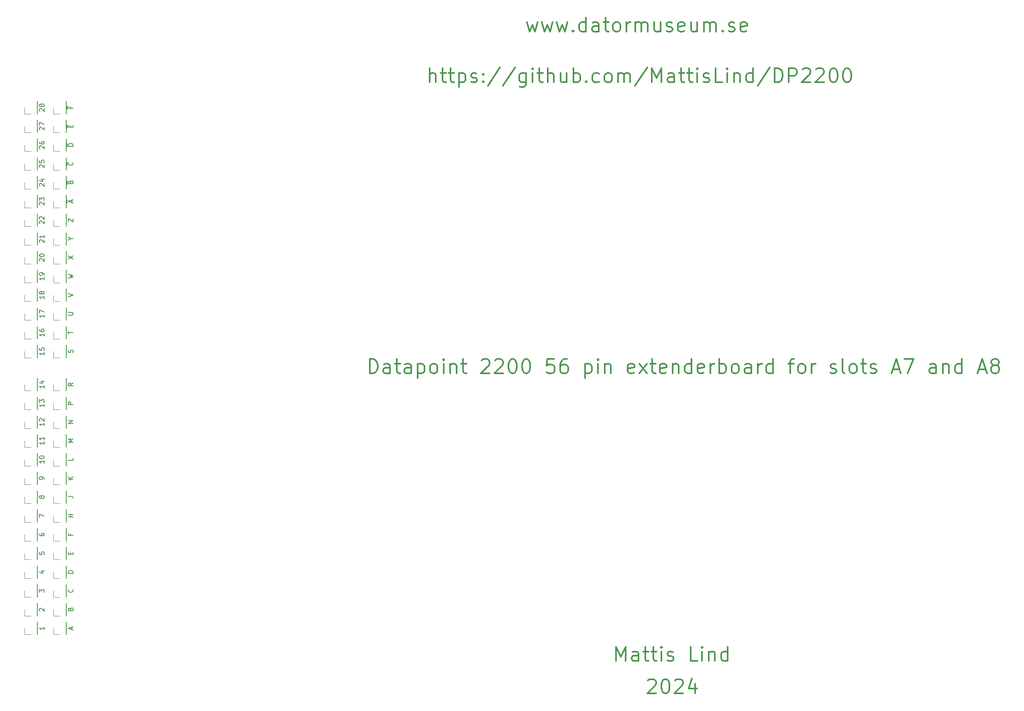
<source format=gbr>
%TF.GenerationSoftware,KiCad,Pcbnew,8.0.2*%
%TF.CreationDate,2024-05-21T21:07:39+02:00*%
%TF.ProjectId,ExtenderWide_56pin,45787465-6e64-4657-9257-6964655f3536,rev?*%
%TF.SameCoordinates,Original*%
%TF.FileFunction,Legend,Top*%
%TF.FilePolarity,Positive*%
%FSLAX46Y46*%
G04 Gerber Fmt 4.6, Leading zero omitted, Abs format (unit mm)*
G04 Created by KiCad (PCBNEW 8.0.2) date 2024-05-21 21:07:39*
%MOMM*%
%LPD*%
G01*
G04 APERTURE LIST*
%ADD10C,0.300000*%
%ADD11C,0.150000*%
%ADD12C,0.120000*%
G04 APERTURE END LIST*
D10*
X209312653Y-182127257D02*
X209312653Y-179127257D01*
X209312653Y-179127257D02*
X210312653Y-181270114D01*
X210312653Y-181270114D02*
X211312653Y-179127257D01*
X211312653Y-179127257D02*
X211312653Y-182127257D01*
X214026939Y-182127257D02*
X214026939Y-180555828D01*
X214026939Y-180555828D02*
X213884081Y-180270114D01*
X213884081Y-180270114D02*
X213598367Y-180127257D01*
X213598367Y-180127257D02*
X213026939Y-180127257D01*
X213026939Y-180127257D02*
X212741224Y-180270114D01*
X214026939Y-181984400D02*
X213741224Y-182127257D01*
X213741224Y-182127257D02*
X213026939Y-182127257D01*
X213026939Y-182127257D02*
X212741224Y-181984400D01*
X212741224Y-181984400D02*
X212598367Y-181698685D01*
X212598367Y-181698685D02*
X212598367Y-181412971D01*
X212598367Y-181412971D02*
X212741224Y-181127257D01*
X212741224Y-181127257D02*
X213026939Y-180984400D01*
X213026939Y-180984400D02*
X213741224Y-180984400D01*
X213741224Y-180984400D02*
X214026939Y-180841542D01*
X215026939Y-180127257D02*
X216169796Y-180127257D01*
X215455510Y-179127257D02*
X215455510Y-181698685D01*
X215455510Y-181698685D02*
X215598367Y-181984400D01*
X215598367Y-181984400D02*
X215884082Y-182127257D01*
X215884082Y-182127257D02*
X216169796Y-182127257D01*
X216741225Y-180127257D02*
X217884082Y-180127257D01*
X217169796Y-179127257D02*
X217169796Y-181698685D01*
X217169796Y-181698685D02*
X217312653Y-181984400D01*
X217312653Y-181984400D02*
X217598368Y-182127257D01*
X217598368Y-182127257D02*
X217884082Y-182127257D01*
X218884082Y-182127257D02*
X218884082Y-180127257D01*
X218884082Y-179127257D02*
X218741225Y-179270114D01*
X218741225Y-179270114D02*
X218884082Y-179412971D01*
X218884082Y-179412971D02*
X219026939Y-179270114D01*
X219026939Y-179270114D02*
X218884082Y-179127257D01*
X218884082Y-179127257D02*
X218884082Y-179412971D01*
X220169796Y-181984400D02*
X220455510Y-182127257D01*
X220455510Y-182127257D02*
X221026939Y-182127257D01*
X221026939Y-182127257D02*
X221312653Y-181984400D01*
X221312653Y-181984400D02*
X221455510Y-181698685D01*
X221455510Y-181698685D02*
X221455510Y-181555828D01*
X221455510Y-181555828D02*
X221312653Y-181270114D01*
X221312653Y-181270114D02*
X221026939Y-181127257D01*
X221026939Y-181127257D02*
X220598368Y-181127257D01*
X220598368Y-181127257D02*
X220312653Y-180984400D01*
X220312653Y-180984400D02*
X220169796Y-180698685D01*
X220169796Y-180698685D02*
X220169796Y-180555828D01*
X220169796Y-180555828D02*
X220312653Y-180270114D01*
X220312653Y-180270114D02*
X220598368Y-180127257D01*
X220598368Y-180127257D02*
X221026939Y-180127257D01*
X221026939Y-180127257D02*
X221312653Y-180270114D01*
X226455510Y-182127257D02*
X225026938Y-182127257D01*
X225026938Y-182127257D02*
X225026938Y-179127257D01*
X227455509Y-182127257D02*
X227455509Y-180127257D01*
X227455509Y-179127257D02*
X227312652Y-179270114D01*
X227312652Y-179270114D02*
X227455509Y-179412971D01*
X227455509Y-179412971D02*
X227598366Y-179270114D01*
X227598366Y-179270114D02*
X227455509Y-179127257D01*
X227455509Y-179127257D02*
X227455509Y-179412971D01*
X228884080Y-180127257D02*
X228884080Y-182127257D01*
X228884080Y-180412971D02*
X229026937Y-180270114D01*
X229026937Y-180270114D02*
X229312652Y-180127257D01*
X229312652Y-180127257D02*
X229741223Y-180127257D01*
X229741223Y-180127257D02*
X230026937Y-180270114D01*
X230026937Y-180270114D02*
X230169795Y-180555828D01*
X230169795Y-180555828D02*
X230169795Y-182127257D01*
X232884081Y-182127257D02*
X232884081Y-179127257D01*
X232884081Y-181984400D02*
X232598366Y-182127257D01*
X232598366Y-182127257D02*
X232026938Y-182127257D01*
X232026938Y-182127257D02*
X231741223Y-181984400D01*
X231741223Y-181984400D02*
X231598366Y-181841542D01*
X231598366Y-181841542D02*
X231455509Y-181555828D01*
X231455509Y-181555828D02*
X231455509Y-180698685D01*
X231455509Y-180698685D02*
X231598366Y-180412971D01*
X231598366Y-180412971D02*
X231741223Y-180270114D01*
X231741223Y-180270114D02*
X232026938Y-180127257D01*
X232026938Y-180127257D02*
X232598366Y-180127257D01*
X232598366Y-180127257D02*
X232884081Y-180270114D01*
X170022653Y-59977257D02*
X170022653Y-56977257D01*
X171308368Y-59977257D02*
X171308368Y-58405828D01*
X171308368Y-58405828D02*
X171165510Y-58120114D01*
X171165510Y-58120114D02*
X170879796Y-57977257D01*
X170879796Y-57977257D02*
X170451225Y-57977257D01*
X170451225Y-57977257D02*
X170165510Y-58120114D01*
X170165510Y-58120114D02*
X170022653Y-58262971D01*
X172308368Y-57977257D02*
X173451225Y-57977257D01*
X172736939Y-56977257D02*
X172736939Y-59548685D01*
X172736939Y-59548685D02*
X172879796Y-59834400D01*
X172879796Y-59834400D02*
X173165511Y-59977257D01*
X173165511Y-59977257D02*
X173451225Y-59977257D01*
X174022654Y-57977257D02*
X175165511Y-57977257D01*
X174451225Y-56977257D02*
X174451225Y-59548685D01*
X174451225Y-59548685D02*
X174594082Y-59834400D01*
X174594082Y-59834400D02*
X174879797Y-59977257D01*
X174879797Y-59977257D02*
X175165511Y-59977257D01*
X176165511Y-57977257D02*
X176165511Y-60977257D01*
X176165511Y-58120114D02*
X176451226Y-57977257D01*
X176451226Y-57977257D02*
X177022654Y-57977257D01*
X177022654Y-57977257D02*
X177308368Y-58120114D01*
X177308368Y-58120114D02*
X177451226Y-58262971D01*
X177451226Y-58262971D02*
X177594083Y-58548685D01*
X177594083Y-58548685D02*
X177594083Y-59405828D01*
X177594083Y-59405828D02*
X177451226Y-59691542D01*
X177451226Y-59691542D02*
X177308368Y-59834400D01*
X177308368Y-59834400D02*
X177022654Y-59977257D01*
X177022654Y-59977257D02*
X176451226Y-59977257D01*
X176451226Y-59977257D02*
X176165511Y-59834400D01*
X178736940Y-59834400D02*
X179022654Y-59977257D01*
X179022654Y-59977257D02*
X179594083Y-59977257D01*
X179594083Y-59977257D02*
X179879797Y-59834400D01*
X179879797Y-59834400D02*
X180022654Y-59548685D01*
X180022654Y-59548685D02*
X180022654Y-59405828D01*
X180022654Y-59405828D02*
X179879797Y-59120114D01*
X179879797Y-59120114D02*
X179594083Y-58977257D01*
X179594083Y-58977257D02*
X179165512Y-58977257D01*
X179165512Y-58977257D02*
X178879797Y-58834400D01*
X178879797Y-58834400D02*
X178736940Y-58548685D01*
X178736940Y-58548685D02*
X178736940Y-58405828D01*
X178736940Y-58405828D02*
X178879797Y-58120114D01*
X178879797Y-58120114D02*
X179165512Y-57977257D01*
X179165512Y-57977257D02*
X179594083Y-57977257D01*
X179594083Y-57977257D02*
X179879797Y-58120114D01*
X181308368Y-59691542D02*
X181451225Y-59834400D01*
X181451225Y-59834400D02*
X181308368Y-59977257D01*
X181308368Y-59977257D02*
X181165511Y-59834400D01*
X181165511Y-59834400D02*
X181308368Y-59691542D01*
X181308368Y-59691542D02*
X181308368Y-59977257D01*
X181308368Y-58120114D02*
X181451225Y-58262971D01*
X181451225Y-58262971D02*
X181308368Y-58405828D01*
X181308368Y-58405828D02*
X181165511Y-58262971D01*
X181165511Y-58262971D02*
X181308368Y-58120114D01*
X181308368Y-58120114D02*
X181308368Y-58405828D01*
X184879796Y-56834400D02*
X182308368Y-60691542D01*
X188022653Y-56834400D02*
X185451225Y-60691542D01*
X190308368Y-57977257D02*
X190308368Y-60405828D01*
X190308368Y-60405828D02*
X190165510Y-60691542D01*
X190165510Y-60691542D02*
X190022653Y-60834400D01*
X190022653Y-60834400D02*
X189736939Y-60977257D01*
X189736939Y-60977257D02*
X189308368Y-60977257D01*
X189308368Y-60977257D02*
X189022653Y-60834400D01*
X190308368Y-59834400D02*
X190022653Y-59977257D01*
X190022653Y-59977257D02*
X189451225Y-59977257D01*
X189451225Y-59977257D02*
X189165510Y-59834400D01*
X189165510Y-59834400D02*
X189022653Y-59691542D01*
X189022653Y-59691542D02*
X188879796Y-59405828D01*
X188879796Y-59405828D02*
X188879796Y-58548685D01*
X188879796Y-58548685D02*
X189022653Y-58262971D01*
X189022653Y-58262971D02*
X189165510Y-58120114D01*
X189165510Y-58120114D02*
X189451225Y-57977257D01*
X189451225Y-57977257D02*
X190022653Y-57977257D01*
X190022653Y-57977257D02*
X190308368Y-58120114D01*
X191736939Y-59977257D02*
X191736939Y-57977257D01*
X191736939Y-56977257D02*
X191594082Y-57120114D01*
X191594082Y-57120114D02*
X191736939Y-57262971D01*
X191736939Y-57262971D02*
X191879796Y-57120114D01*
X191879796Y-57120114D02*
X191736939Y-56977257D01*
X191736939Y-56977257D02*
X191736939Y-57262971D01*
X192736939Y-57977257D02*
X193879796Y-57977257D01*
X193165510Y-56977257D02*
X193165510Y-59548685D01*
X193165510Y-59548685D02*
X193308367Y-59834400D01*
X193308367Y-59834400D02*
X193594082Y-59977257D01*
X193594082Y-59977257D02*
X193879796Y-59977257D01*
X194879796Y-59977257D02*
X194879796Y-56977257D01*
X196165511Y-59977257D02*
X196165511Y-58405828D01*
X196165511Y-58405828D02*
X196022653Y-58120114D01*
X196022653Y-58120114D02*
X195736939Y-57977257D01*
X195736939Y-57977257D02*
X195308368Y-57977257D01*
X195308368Y-57977257D02*
X195022653Y-58120114D01*
X195022653Y-58120114D02*
X194879796Y-58262971D01*
X198879797Y-57977257D02*
X198879797Y-59977257D01*
X197594082Y-57977257D02*
X197594082Y-59548685D01*
X197594082Y-59548685D02*
X197736939Y-59834400D01*
X197736939Y-59834400D02*
X198022654Y-59977257D01*
X198022654Y-59977257D02*
X198451225Y-59977257D01*
X198451225Y-59977257D02*
X198736939Y-59834400D01*
X198736939Y-59834400D02*
X198879797Y-59691542D01*
X200308368Y-59977257D02*
X200308368Y-56977257D01*
X200308368Y-58120114D02*
X200594083Y-57977257D01*
X200594083Y-57977257D02*
X201165511Y-57977257D01*
X201165511Y-57977257D02*
X201451225Y-58120114D01*
X201451225Y-58120114D02*
X201594083Y-58262971D01*
X201594083Y-58262971D02*
X201736940Y-58548685D01*
X201736940Y-58548685D02*
X201736940Y-59405828D01*
X201736940Y-59405828D02*
X201594083Y-59691542D01*
X201594083Y-59691542D02*
X201451225Y-59834400D01*
X201451225Y-59834400D02*
X201165511Y-59977257D01*
X201165511Y-59977257D02*
X200594083Y-59977257D01*
X200594083Y-59977257D02*
X200308368Y-59834400D01*
X203022654Y-59691542D02*
X203165511Y-59834400D01*
X203165511Y-59834400D02*
X203022654Y-59977257D01*
X203022654Y-59977257D02*
X202879797Y-59834400D01*
X202879797Y-59834400D02*
X203022654Y-59691542D01*
X203022654Y-59691542D02*
X203022654Y-59977257D01*
X205736940Y-59834400D02*
X205451225Y-59977257D01*
X205451225Y-59977257D02*
X204879797Y-59977257D01*
X204879797Y-59977257D02*
X204594082Y-59834400D01*
X204594082Y-59834400D02*
X204451225Y-59691542D01*
X204451225Y-59691542D02*
X204308368Y-59405828D01*
X204308368Y-59405828D02*
X204308368Y-58548685D01*
X204308368Y-58548685D02*
X204451225Y-58262971D01*
X204451225Y-58262971D02*
X204594082Y-58120114D01*
X204594082Y-58120114D02*
X204879797Y-57977257D01*
X204879797Y-57977257D02*
X205451225Y-57977257D01*
X205451225Y-57977257D02*
X205736940Y-58120114D01*
X207451226Y-59977257D02*
X207165511Y-59834400D01*
X207165511Y-59834400D02*
X207022654Y-59691542D01*
X207022654Y-59691542D02*
X206879797Y-59405828D01*
X206879797Y-59405828D02*
X206879797Y-58548685D01*
X206879797Y-58548685D02*
X207022654Y-58262971D01*
X207022654Y-58262971D02*
X207165511Y-58120114D01*
X207165511Y-58120114D02*
X207451226Y-57977257D01*
X207451226Y-57977257D02*
X207879797Y-57977257D01*
X207879797Y-57977257D02*
X208165511Y-58120114D01*
X208165511Y-58120114D02*
X208308369Y-58262971D01*
X208308369Y-58262971D02*
X208451226Y-58548685D01*
X208451226Y-58548685D02*
X208451226Y-59405828D01*
X208451226Y-59405828D02*
X208308369Y-59691542D01*
X208308369Y-59691542D02*
X208165511Y-59834400D01*
X208165511Y-59834400D02*
X207879797Y-59977257D01*
X207879797Y-59977257D02*
X207451226Y-59977257D01*
X209736940Y-59977257D02*
X209736940Y-57977257D01*
X209736940Y-58262971D02*
X209879797Y-58120114D01*
X209879797Y-58120114D02*
X210165512Y-57977257D01*
X210165512Y-57977257D02*
X210594083Y-57977257D01*
X210594083Y-57977257D02*
X210879797Y-58120114D01*
X210879797Y-58120114D02*
X211022655Y-58405828D01*
X211022655Y-58405828D02*
X211022655Y-59977257D01*
X211022655Y-58405828D02*
X211165512Y-58120114D01*
X211165512Y-58120114D02*
X211451226Y-57977257D01*
X211451226Y-57977257D02*
X211879797Y-57977257D01*
X211879797Y-57977257D02*
X212165512Y-58120114D01*
X212165512Y-58120114D02*
X212308369Y-58405828D01*
X212308369Y-58405828D02*
X212308369Y-59977257D01*
X215879797Y-56834400D02*
X213308369Y-60691542D01*
X216879797Y-59977257D02*
X216879797Y-56977257D01*
X216879797Y-56977257D02*
X217879797Y-59120114D01*
X217879797Y-59120114D02*
X218879797Y-56977257D01*
X218879797Y-56977257D02*
X218879797Y-59977257D01*
X221594083Y-59977257D02*
X221594083Y-58405828D01*
X221594083Y-58405828D02*
X221451225Y-58120114D01*
X221451225Y-58120114D02*
X221165511Y-57977257D01*
X221165511Y-57977257D02*
X220594083Y-57977257D01*
X220594083Y-57977257D02*
X220308368Y-58120114D01*
X221594083Y-59834400D02*
X221308368Y-59977257D01*
X221308368Y-59977257D02*
X220594083Y-59977257D01*
X220594083Y-59977257D02*
X220308368Y-59834400D01*
X220308368Y-59834400D02*
X220165511Y-59548685D01*
X220165511Y-59548685D02*
X220165511Y-59262971D01*
X220165511Y-59262971D02*
X220308368Y-58977257D01*
X220308368Y-58977257D02*
X220594083Y-58834400D01*
X220594083Y-58834400D02*
X221308368Y-58834400D01*
X221308368Y-58834400D02*
X221594083Y-58691542D01*
X222594083Y-57977257D02*
X223736940Y-57977257D01*
X223022654Y-56977257D02*
X223022654Y-59548685D01*
X223022654Y-59548685D02*
X223165511Y-59834400D01*
X223165511Y-59834400D02*
X223451226Y-59977257D01*
X223451226Y-59977257D02*
X223736940Y-59977257D01*
X224308369Y-57977257D02*
X225451226Y-57977257D01*
X224736940Y-56977257D02*
X224736940Y-59548685D01*
X224736940Y-59548685D02*
X224879797Y-59834400D01*
X224879797Y-59834400D02*
X225165512Y-59977257D01*
X225165512Y-59977257D02*
X225451226Y-59977257D01*
X226451226Y-59977257D02*
X226451226Y-57977257D01*
X226451226Y-56977257D02*
X226308369Y-57120114D01*
X226308369Y-57120114D02*
X226451226Y-57262971D01*
X226451226Y-57262971D02*
X226594083Y-57120114D01*
X226594083Y-57120114D02*
X226451226Y-56977257D01*
X226451226Y-56977257D02*
X226451226Y-57262971D01*
X227736940Y-59834400D02*
X228022654Y-59977257D01*
X228022654Y-59977257D02*
X228594083Y-59977257D01*
X228594083Y-59977257D02*
X228879797Y-59834400D01*
X228879797Y-59834400D02*
X229022654Y-59548685D01*
X229022654Y-59548685D02*
X229022654Y-59405828D01*
X229022654Y-59405828D02*
X228879797Y-59120114D01*
X228879797Y-59120114D02*
X228594083Y-58977257D01*
X228594083Y-58977257D02*
X228165512Y-58977257D01*
X228165512Y-58977257D02*
X227879797Y-58834400D01*
X227879797Y-58834400D02*
X227736940Y-58548685D01*
X227736940Y-58548685D02*
X227736940Y-58405828D01*
X227736940Y-58405828D02*
X227879797Y-58120114D01*
X227879797Y-58120114D02*
X228165512Y-57977257D01*
X228165512Y-57977257D02*
X228594083Y-57977257D01*
X228594083Y-57977257D02*
X228879797Y-58120114D01*
X231736940Y-59977257D02*
X230308368Y-59977257D01*
X230308368Y-59977257D02*
X230308368Y-56977257D01*
X232736939Y-59977257D02*
X232736939Y-57977257D01*
X232736939Y-56977257D02*
X232594082Y-57120114D01*
X232594082Y-57120114D02*
X232736939Y-57262971D01*
X232736939Y-57262971D02*
X232879796Y-57120114D01*
X232879796Y-57120114D02*
X232736939Y-56977257D01*
X232736939Y-56977257D02*
X232736939Y-57262971D01*
X234165510Y-57977257D02*
X234165510Y-59977257D01*
X234165510Y-58262971D02*
X234308367Y-58120114D01*
X234308367Y-58120114D02*
X234594082Y-57977257D01*
X234594082Y-57977257D02*
X235022653Y-57977257D01*
X235022653Y-57977257D02*
X235308367Y-58120114D01*
X235308367Y-58120114D02*
X235451225Y-58405828D01*
X235451225Y-58405828D02*
X235451225Y-59977257D01*
X238165511Y-59977257D02*
X238165511Y-56977257D01*
X238165511Y-59834400D02*
X237879796Y-59977257D01*
X237879796Y-59977257D02*
X237308368Y-59977257D01*
X237308368Y-59977257D02*
X237022653Y-59834400D01*
X237022653Y-59834400D02*
X236879796Y-59691542D01*
X236879796Y-59691542D02*
X236736939Y-59405828D01*
X236736939Y-59405828D02*
X236736939Y-58548685D01*
X236736939Y-58548685D02*
X236879796Y-58262971D01*
X236879796Y-58262971D02*
X237022653Y-58120114D01*
X237022653Y-58120114D02*
X237308368Y-57977257D01*
X237308368Y-57977257D02*
X237879796Y-57977257D01*
X237879796Y-57977257D02*
X238165511Y-58120114D01*
X241736939Y-56834400D02*
X239165511Y-60691542D01*
X242736939Y-59977257D02*
X242736939Y-56977257D01*
X242736939Y-56977257D02*
X243451225Y-56977257D01*
X243451225Y-56977257D02*
X243879796Y-57120114D01*
X243879796Y-57120114D02*
X244165511Y-57405828D01*
X244165511Y-57405828D02*
X244308368Y-57691542D01*
X244308368Y-57691542D02*
X244451225Y-58262971D01*
X244451225Y-58262971D02*
X244451225Y-58691542D01*
X244451225Y-58691542D02*
X244308368Y-59262971D01*
X244308368Y-59262971D02*
X244165511Y-59548685D01*
X244165511Y-59548685D02*
X243879796Y-59834400D01*
X243879796Y-59834400D02*
X243451225Y-59977257D01*
X243451225Y-59977257D02*
X242736939Y-59977257D01*
X245736939Y-59977257D02*
X245736939Y-56977257D01*
X245736939Y-56977257D02*
X246879796Y-56977257D01*
X246879796Y-56977257D02*
X247165511Y-57120114D01*
X247165511Y-57120114D02*
X247308368Y-57262971D01*
X247308368Y-57262971D02*
X247451225Y-57548685D01*
X247451225Y-57548685D02*
X247451225Y-57977257D01*
X247451225Y-57977257D02*
X247308368Y-58262971D01*
X247308368Y-58262971D02*
X247165511Y-58405828D01*
X247165511Y-58405828D02*
X246879796Y-58548685D01*
X246879796Y-58548685D02*
X245736939Y-58548685D01*
X248594082Y-57262971D02*
X248736939Y-57120114D01*
X248736939Y-57120114D02*
X249022654Y-56977257D01*
X249022654Y-56977257D02*
X249736939Y-56977257D01*
X249736939Y-56977257D02*
X250022654Y-57120114D01*
X250022654Y-57120114D02*
X250165511Y-57262971D01*
X250165511Y-57262971D02*
X250308368Y-57548685D01*
X250308368Y-57548685D02*
X250308368Y-57834400D01*
X250308368Y-57834400D02*
X250165511Y-58262971D01*
X250165511Y-58262971D02*
X248451225Y-59977257D01*
X248451225Y-59977257D02*
X250308368Y-59977257D01*
X251451225Y-57262971D02*
X251594082Y-57120114D01*
X251594082Y-57120114D02*
X251879797Y-56977257D01*
X251879797Y-56977257D02*
X252594082Y-56977257D01*
X252594082Y-56977257D02*
X252879797Y-57120114D01*
X252879797Y-57120114D02*
X253022654Y-57262971D01*
X253022654Y-57262971D02*
X253165511Y-57548685D01*
X253165511Y-57548685D02*
X253165511Y-57834400D01*
X253165511Y-57834400D02*
X253022654Y-58262971D01*
X253022654Y-58262971D02*
X251308368Y-59977257D01*
X251308368Y-59977257D02*
X253165511Y-59977257D01*
X255022654Y-56977257D02*
X255308368Y-56977257D01*
X255308368Y-56977257D02*
X255594082Y-57120114D01*
X255594082Y-57120114D02*
X255736940Y-57262971D01*
X255736940Y-57262971D02*
X255879797Y-57548685D01*
X255879797Y-57548685D02*
X256022654Y-58120114D01*
X256022654Y-58120114D02*
X256022654Y-58834400D01*
X256022654Y-58834400D02*
X255879797Y-59405828D01*
X255879797Y-59405828D02*
X255736940Y-59691542D01*
X255736940Y-59691542D02*
X255594082Y-59834400D01*
X255594082Y-59834400D02*
X255308368Y-59977257D01*
X255308368Y-59977257D02*
X255022654Y-59977257D01*
X255022654Y-59977257D02*
X254736940Y-59834400D01*
X254736940Y-59834400D02*
X254594082Y-59691542D01*
X254594082Y-59691542D02*
X254451225Y-59405828D01*
X254451225Y-59405828D02*
X254308368Y-58834400D01*
X254308368Y-58834400D02*
X254308368Y-58120114D01*
X254308368Y-58120114D02*
X254451225Y-57548685D01*
X254451225Y-57548685D02*
X254594082Y-57262971D01*
X254594082Y-57262971D02*
X254736940Y-57120114D01*
X254736940Y-57120114D02*
X255022654Y-56977257D01*
X257879797Y-56977257D02*
X258165511Y-56977257D01*
X258165511Y-56977257D02*
X258451225Y-57120114D01*
X258451225Y-57120114D02*
X258594083Y-57262971D01*
X258594083Y-57262971D02*
X258736940Y-57548685D01*
X258736940Y-57548685D02*
X258879797Y-58120114D01*
X258879797Y-58120114D02*
X258879797Y-58834400D01*
X258879797Y-58834400D02*
X258736940Y-59405828D01*
X258736940Y-59405828D02*
X258594083Y-59691542D01*
X258594083Y-59691542D02*
X258451225Y-59834400D01*
X258451225Y-59834400D02*
X258165511Y-59977257D01*
X258165511Y-59977257D02*
X257879797Y-59977257D01*
X257879797Y-59977257D02*
X257594083Y-59834400D01*
X257594083Y-59834400D02*
X257451225Y-59691542D01*
X257451225Y-59691542D02*
X257308368Y-59405828D01*
X257308368Y-59405828D02*
X257165511Y-58834400D01*
X257165511Y-58834400D02*
X257165511Y-58120114D01*
X257165511Y-58120114D02*
X257308368Y-57548685D01*
X257308368Y-57548685D02*
X257451225Y-57262971D01*
X257451225Y-57262971D02*
X257594083Y-57120114D01*
X257594083Y-57120114D02*
X257879797Y-56977257D01*
X157372653Y-121397257D02*
X157372653Y-118397257D01*
X157372653Y-118397257D02*
X158086939Y-118397257D01*
X158086939Y-118397257D02*
X158515510Y-118540114D01*
X158515510Y-118540114D02*
X158801225Y-118825828D01*
X158801225Y-118825828D02*
X158944082Y-119111542D01*
X158944082Y-119111542D02*
X159086939Y-119682971D01*
X159086939Y-119682971D02*
X159086939Y-120111542D01*
X159086939Y-120111542D02*
X158944082Y-120682971D01*
X158944082Y-120682971D02*
X158801225Y-120968685D01*
X158801225Y-120968685D02*
X158515510Y-121254400D01*
X158515510Y-121254400D02*
X158086939Y-121397257D01*
X158086939Y-121397257D02*
X157372653Y-121397257D01*
X161658368Y-121397257D02*
X161658368Y-119825828D01*
X161658368Y-119825828D02*
X161515510Y-119540114D01*
X161515510Y-119540114D02*
X161229796Y-119397257D01*
X161229796Y-119397257D02*
X160658368Y-119397257D01*
X160658368Y-119397257D02*
X160372653Y-119540114D01*
X161658368Y-121254400D02*
X161372653Y-121397257D01*
X161372653Y-121397257D02*
X160658368Y-121397257D01*
X160658368Y-121397257D02*
X160372653Y-121254400D01*
X160372653Y-121254400D02*
X160229796Y-120968685D01*
X160229796Y-120968685D02*
X160229796Y-120682971D01*
X160229796Y-120682971D02*
X160372653Y-120397257D01*
X160372653Y-120397257D02*
X160658368Y-120254400D01*
X160658368Y-120254400D02*
X161372653Y-120254400D01*
X161372653Y-120254400D02*
X161658368Y-120111542D01*
X162658368Y-119397257D02*
X163801225Y-119397257D01*
X163086939Y-118397257D02*
X163086939Y-120968685D01*
X163086939Y-120968685D02*
X163229796Y-121254400D01*
X163229796Y-121254400D02*
X163515511Y-121397257D01*
X163515511Y-121397257D02*
X163801225Y-121397257D01*
X166086940Y-121397257D02*
X166086940Y-119825828D01*
X166086940Y-119825828D02*
X165944082Y-119540114D01*
X165944082Y-119540114D02*
X165658368Y-119397257D01*
X165658368Y-119397257D02*
X165086940Y-119397257D01*
X165086940Y-119397257D02*
X164801225Y-119540114D01*
X166086940Y-121254400D02*
X165801225Y-121397257D01*
X165801225Y-121397257D02*
X165086940Y-121397257D01*
X165086940Y-121397257D02*
X164801225Y-121254400D01*
X164801225Y-121254400D02*
X164658368Y-120968685D01*
X164658368Y-120968685D02*
X164658368Y-120682971D01*
X164658368Y-120682971D02*
X164801225Y-120397257D01*
X164801225Y-120397257D02*
X165086940Y-120254400D01*
X165086940Y-120254400D02*
X165801225Y-120254400D01*
X165801225Y-120254400D02*
X166086940Y-120111542D01*
X167515511Y-119397257D02*
X167515511Y-122397257D01*
X167515511Y-119540114D02*
X167801226Y-119397257D01*
X167801226Y-119397257D02*
X168372654Y-119397257D01*
X168372654Y-119397257D02*
X168658368Y-119540114D01*
X168658368Y-119540114D02*
X168801226Y-119682971D01*
X168801226Y-119682971D02*
X168944083Y-119968685D01*
X168944083Y-119968685D02*
X168944083Y-120825828D01*
X168944083Y-120825828D02*
X168801226Y-121111542D01*
X168801226Y-121111542D02*
X168658368Y-121254400D01*
X168658368Y-121254400D02*
X168372654Y-121397257D01*
X168372654Y-121397257D02*
X167801226Y-121397257D01*
X167801226Y-121397257D02*
X167515511Y-121254400D01*
X170658369Y-121397257D02*
X170372654Y-121254400D01*
X170372654Y-121254400D02*
X170229797Y-121111542D01*
X170229797Y-121111542D02*
X170086940Y-120825828D01*
X170086940Y-120825828D02*
X170086940Y-119968685D01*
X170086940Y-119968685D02*
X170229797Y-119682971D01*
X170229797Y-119682971D02*
X170372654Y-119540114D01*
X170372654Y-119540114D02*
X170658369Y-119397257D01*
X170658369Y-119397257D02*
X171086940Y-119397257D01*
X171086940Y-119397257D02*
X171372654Y-119540114D01*
X171372654Y-119540114D02*
X171515512Y-119682971D01*
X171515512Y-119682971D02*
X171658369Y-119968685D01*
X171658369Y-119968685D02*
X171658369Y-120825828D01*
X171658369Y-120825828D02*
X171515512Y-121111542D01*
X171515512Y-121111542D02*
X171372654Y-121254400D01*
X171372654Y-121254400D02*
X171086940Y-121397257D01*
X171086940Y-121397257D02*
X170658369Y-121397257D01*
X172944083Y-121397257D02*
X172944083Y-119397257D01*
X172944083Y-118397257D02*
X172801226Y-118540114D01*
X172801226Y-118540114D02*
X172944083Y-118682971D01*
X172944083Y-118682971D02*
X173086940Y-118540114D01*
X173086940Y-118540114D02*
X172944083Y-118397257D01*
X172944083Y-118397257D02*
X172944083Y-118682971D01*
X174372654Y-119397257D02*
X174372654Y-121397257D01*
X174372654Y-119682971D02*
X174515511Y-119540114D01*
X174515511Y-119540114D02*
X174801226Y-119397257D01*
X174801226Y-119397257D02*
X175229797Y-119397257D01*
X175229797Y-119397257D02*
X175515511Y-119540114D01*
X175515511Y-119540114D02*
X175658369Y-119825828D01*
X175658369Y-119825828D02*
X175658369Y-121397257D01*
X176658369Y-119397257D02*
X177801226Y-119397257D01*
X177086940Y-118397257D02*
X177086940Y-120968685D01*
X177086940Y-120968685D02*
X177229797Y-121254400D01*
X177229797Y-121254400D02*
X177515512Y-121397257D01*
X177515512Y-121397257D02*
X177801226Y-121397257D01*
X180944083Y-118682971D02*
X181086940Y-118540114D01*
X181086940Y-118540114D02*
X181372655Y-118397257D01*
X181372655Y-118397257D02*
X182086940Y-118397257D01*
X182086940Y-118397257D02*
X182372655Y-118540114D01*
X182372655Y-118540114D02*
X182515512Y-118682971D01*
X182515512Y-118682971D02*
X182658369Y-118968685D01*
X182658369Y-118968685D02*
X182658369Y-119254400D01*
X182658369Y-119254400D02*
X182515512Y-119682971D01*
X182515512Y-119682971D02*
X180801226Y-121397257D01*
X180801226Y-121397257D02*
X182658369Y-121397257D01*
X183801226Y-118682971D02*
X183944083Y-118540114D01*
X183944083Y-118540114D02*
X184229798Y-118397257D01*
X184229798Y-118397257D02*
X184944083Y-118397257D01*
X184944083Y-118397257D02*
X185229798Y-118540114D01*
X185229798Y-118540114D02*
X185372655Y-118682971D01*
X185372655Y-118682971D02*
X185515512Y-118968685D01*
X185515512Y-118968685D02*
X185515512Y-119254400D01*
X185515512Y-119254400D02*
X185372655Y-119682971D01*
X185372655Y-119682971D02*
X183658369Y-121397257D01*
X183658369Y-121397257D02*
X185515512Y-121397257D01*
X187372655Y-118397257D02*
X187658369Y-118397257D01*
X187658369Y-118397257D02*
X187944083Y-118540114D01*
X187944083Y-118540114D02*
X188086941Y-118682971D01*
X188086941Y-118682971D02*
X188229798Y-118968685D01*
X188229798Y-118968685D02*
X188372655Y-119540114D01*
X188372655Y-119540114D02*
X188372655Y-120254400D01*
X188372655Y-120254400D02*
X188229798Y-120825828D01*
X188229798Y-120825828D02*
X188086941Y-121111542D01*
X188086941Y-121111542D02*
X187944083Y-121254400D01*
X187944083Y-121254400D02*
X187658369Y-121397257D01*
X187658369Y-121397257D02*
X187372655Y-121397257D01*
X187372655Y-121397257D02*
X187086941Y-121254400D01*
X187086941Y-121254400D02*
X186944083Y-121111542D01*
X186944083Y-121111542D02*
X186801226Y-120825828D01*
X186801226Y-120825828D02*
X186658369Y-120254400D01*
X186658369Y-120254400D02*
X186658369Y-119540114D01*
X186658369Y-119540114D02*
X186801226Y-118968685D01*
X186801226Y-118968685D02*
X186944083Y-118682971D01*
X186944083Y-118682971D02*
X187086941Y-118540114D01*
X187086941Y-118540114D02*
X187372655Y-118397257D01*
X190229798Y-118397257D02*
X190515512Y-118397257D01*
X190515512Y-118397257D02*
X190801226Y-118540114D01*
X190801226Y-118540114D02*
X190944084Y-118682971D01*
X190944084Y-118682971D02*
X191086941Y-118968685D01*
X191086941Y-118968685D02*
X191229798Y-119540114D01*
X191229798Y-119540114D02*
X191229798Y-120254400D01*
X191229798Y-120254400D02*
X191086941Y-120825828D01*
X191086941Y-120825828D02*
X190944084Y-121111542D01*
X190944084Y-121111542D02*
X190801226Y-121254400D01*
X190801226Y-121254400D02*
X190515512Y-121397257D01*
X190515512Y-121397257D02*
X190229798Y-121397257D01*
X190229798Y-121397257D02*
X189944084Y-121254400D01*
X189944084Y-121254400D02*
X189801226Y-121111542D01*
X189801226Y-121111542D02*
X189658369Y-120825828D01*
X189658369Y-120825828D02*
X189515512Y-120254400D01*
X189515512Y-120254400D02*
X189515512Y-119540114D01*
X189515512Y-119540114D02*
X189658369Y-118968685D01*
X189658369Y-118968685D02*
X189801226Y-118682971D01*
X189801226Y-118682971D02*
X189944084Y-118540114D01*
X189944084Y-118540114D02*
X190229798Y-118397257D01*
X196229798Y-118397257D02*
X194801226Y-118397257D01*
X194801226Y-118397257D02*
X194658369Y-119825828D01*
X194658369Y-119825828D02*
X194801226Y-119682971D01*
X194801226Y-119682971D02*
X195086941Y-119540114D01*
X195086941Y-119540114D02*
X195801226Y-119540114D01*
X195801226Y-119540114D02*
X196086941Y-119682971D01*
X196086941Y-119682971D02*
X196229798Y-119825828D01*
X196229798Y-119825828D02*
X196372655Y-120111542D01*
X196372655Y-120111542D02*
X196372655Y-120825828D01*
X196372655Y-120825828D02*
X196229798Y-121111542D01*
X196229798Y-121111542D02*
X196086941Y-121254400D01*
X196086941Y-121254400D02*
X195801226Y-121397257D01*
X195801226Y-121397257D02*
X195086941Y-121397257D01*
X195086941Y-121397257D02*
X194801226Y-121254400D01*
X194801226Y-121254400D02*
X194658369Y-121111542D01*
X198944084Y-118397257D02*
X198372655Y-118397257D01*
X198372655Y-118397257D02*
X198086941Y-118540114D01*
X198086941Y-118540114D02*
X197944084Y-118682971D01*
X197944084Y-118682971D02*
X197658369Y-119111542D01*
X197658369Y-119111542D02*
X197515512Y-119682971D01*
X197515512Y-119682971D02*
X197515512Y-120825828D01*
X197515512Y-120825828D02*
X197658369Y-121111542D01*
X197658369Y-121111542D02*
X197801226Y-121254400D01*
X197801226Y-121254400D02*
X198086941Y-121397257D01*
X198086941Y-121397257D02*
X198658369Y-121397257D01*
X198658369Y-121397257D02*
X198944084Y-121254400D01*
X198944084Y-121254400D02*
X199086941Y-121111542D01*
X199086941Y-121111542D02*
X199229798Y-120825828D01*
X199229798Y-120825828D02*
X199229798Y-120111542D01*
X199229798Y-120111542D02*
X199086941Y-119825828D01*
X199086941Y-119825828D02*
X198944084Y-119682971D01*
X198944084Y-119682971D02*
X198658369Y-119540114D01*
X198658369Y-119540114D02*
X198086941Y-119540114D01*
X198086941Y-119540114D02*
X197801226Y-119682971D01*
X197801226Y-119682971D02*
X197658369Y-119825828D01*
X197658369Y-119825828D02*
X197515512Y-120111542D01*
X202801226Y-119397257D02*
X202801226Y-122397257D01*
X202801226Y-119540114D02*
X203086941Y-119397257D01*
X203086941Y-119397257D02*
X203658369Y-119397257D01*
X203658369Y-119397257D02*
X203944083Y-119540114D01*
X203944083Y-119540114D02*
X204086941Y-119682971D01*
X204086941Y-119682971D02*
X204229798Y-119968685D01*
X204229798Y-119968685D02*
X204229798Y-120825828D01*
X204229798Y-120825828D02*
X204086941Y-121111542D01*
X204086941Y-121111542D02*
X203944083Y-121254400D01*
X203944083Y-121254400D02*
X203658369Y-121397257D01*
X203658369Y-121397257D02*
X203086941Y-121397257D01*
X203086941Y-121397257D02*
X202801226Y-121254400D01*
X205515512Y-121397257D02*
X205515512Y-119397257D01*
X205515512Y-118397257D02*
X205372655Y-118540114D01*
X205372655Y-118540114D02*
X205515512Y-118682971D01*
X205515512Y-118682971D02*
X205658369Y-118540114D01*
X205658369Y-118540114D02*
X205515512Y-118397257D01*
X205515512Y-118397257D02*
X205515512Y-118682971D01*
X206944083Y-119397257D02*
X206944083Y-121397257D01*
X206944083Y-119682971D02*
X207086940Y-119540114D01*
X207086940Y-119540114D02*
X207372655Y-119397257D01*
X207372655Y-119397257D02*
X207801226Y-119397257D01*
X207801226Y-119397257D02*
X208086940Y-119540114D01*
X208086940Y-119540114D02*
X208229798Y-119825828D01*
X208229798Y-119825828D02*
X208229798Y-121397257D01*
X213086940Y-121254400D02*
X212801226Y-121397257D01*
X212801226Y-121397257D02*
X212229798Y-121397257D01*
X212229798Y-121397257D02*
X211944083Y-121254400D01*
X211944083Y-121254400D02*
X211801226Y-120968685D01*
X211801226Y-120968685D02*
X211801226Y-119825828D01*
X211801226Y-119825828D02*
X211944083Y-119540114D01*
X211944083Y-119540114D02*
X212229798Y-119397257D01*
X212229798Y-119397257D02*
X212801226Y-119397257D01*
X212801226Y-119397257D02*
X213086940Y-119540114D01*
X213086940Y-119540114D02*
X213229798Y-119825828D01*
X213229798Y-119825828D02*
X213229798Y-120111542D01*
X213229798Y-120111542D02*
X211801226Y-120397257D01*
X214229798Y-121397257D02*
X215801227Y-119397257D01*
X214229798Y-119397257D02*
X215801227Y-121397257D01*
X216515512Y-119397257D02*
X217658369Y-119397257D01*
X216944083Y-118397257D02*
X216944083Y-120968685D01*
X216944083Y-120968685D02*
X217086940Y-121254400D01*
X217086940Y-121254400D02*
X217372655Y-121397257D01*
X217372655Y-121397257D02*
X217658369Y-121397257D01*
X219801226Y-121254400D02*
X219515512Y-121397257D01*
X219515512Y-121397257D02*
X218944084Y-121397257D01*
X218944084Y-121397257D02*
X218658369Y-121254400D01*
X218658369Y-121254400D02*
X218515512Y-120968685D01*
X218515512Y-120968685D02*
X218515512Y-119825828D01*
X218515512Y-119825828D02*
X218658369Y-119540114D01*
X218658369Y-119540114D02*
X218944084Y-119397257D01*
X218944084Y-119397257D02*
X219515512Y-119397257D01*
X219515512Y-119397257D02*
X219801226Y-119540114D01*
X219801226Y-119540114D02*
X219944084Y-119825828D01*
X219944084Y-119825828D02*
X219944084Y-120111542D01*
X219944084Y-120111542D02*
X218515512Y-120397257D01*
X221229798Y-119397257D02*
X221229798Y-121397257D01*
X221229798Y-119682971D02*
X221372655Y-119540114D01*
X221372655Y-119540114D02*
X221658370Y-119397257D01*
X221658370Y-119397257D02*
X222086941Y-119397257D01*
X222086941Y-119397257D02*
X222372655Y-119540114D01*
X222372655Y-119540114D02*
X222515513Y-119825828D01*
X222515513Y-119825828D02*
X222515513Y-121397257D01*
X225229799Y-121397257D02*
X225229799Y-118397257D01*
X225229799Y-121254400D02*
X224944084Y-121397257D01*
X224944084Y-121397257D02*
X224372656Y-121397257D01*
X224372656Y-121397257D02*
X224086941Y-121254400D01*
X224086941Y-121254400D02*
X223944084Y-121111542D01*
X223944084Y-121111542D02*
X223801227Y-120825828D01*
X223801227Y-120825828D02*
X223801227Y-119968685D01*
X223801227Y-119968685D02*
X223944084Y-119682971D01*
X223944084Y-119682971D02*
X224086941Y-119540114D01*
X224086941Y-119540114D02*
X224372656Y-119397257D01*
X224372656Y-119397257D02*
X224944084Y-119397257D01*
X224944084Y-119397257D02*
X225229799Y-119540114D01*
X227801227Y-121254400D02*
X227515513Y-121397257D01*
X227515513Y-121397257D02*
X226944085Y-121397257D01*
X226944085Y-121397257D02*
X226658370Y-121254400D01*
X226658370Y-121254400D02*
X226515513Y-120968685D01*
X226515513Y-120968685D02*
X226515513Y-119825828D01*
X226515513Y-119825828D02*
X226658370Y-119540114D01*
X226658370Y-119540114D02*
X226944085Y-119397257D01*
X226944085Y-119397257D02*
X227515513Y-119397257D01*
X227515513Y-119397257D02*
X227801227Y-119540114D01*
X227801227Y-119540114D02*
X227944085Y-119825828D01*
X227944085Y-119825828D02*
X227944085Y-120111542D01*
X227944085Y-120111542D02*
X226515513Y-120397257D01*
X229229799Y-121397257D02*
X229229799Y-119397257D01*
X229229799Y-119968685D02*
X229372656Y-119682971D01*
X229372656Y-119682971D02*
X229515514Y-119540114D01*
X229515514Y-119540114D02*
X229801228Y-119397257D01*
X229801228Y-119397257D02*
X230086942Y-119397257D01*
X231086942Y-121397257D02*
X231086942Y-118397257D01*
X231086942Y-119540114D02*
X231372657Y-119397257D01*
X231372657Y-119397257D02*
X231944085Y-119397257D01*
X231944085Y-119397257D02*
X232229799Y-119540114D01*
X232229799Y-119540114D02*
X232372657Y-119682971D01*
X232372657Y-119682971D02*
X232515514Y-119968685D01*
X232515514Y-119968685D02*
X232515514Y-120825828D01*
X232515514Y-120825828D02*
X232372657Y-121111542D01*
X232372657Y-121111542D02*
X232229799Y-121254400D01*
X232229799Y-121254400D02*
X231944085Y-121397257D01*
X231944085Y-121397257D02*
X231372657Y-121397257D01*
X231372657Y-121397257D02*
X231086942Y-121254400D01*
X234229800Y-121397257D02*
X233944085Y-121254400D01*
X233944085Y-121254400D02*
X233801228Y-121111542D01*
X233801228Y-121111542D02*
X233658371Y-120825828D01*
X233658371Y-120825828D02*
X233658371Y-119968685D01*
X233658371Y-119968685D02*
X233801228Y-119682971D01*
X233801228Y-119682971D02*
X233944085Y-119540114D01*
X233944085Y-119540114D02*
X234229800Y-119397257D01*
X234229800Y-119397257D02*
X234658371Y-119397257D01*
X234658371Y-119397257D02*
X234944085Y-119540114D01*
X234944085Y-119540114D02*
X235086943Y-119682971D01*
X235086943Y-119682971D02*
X235229800Y-119968685D01*
X235229800Y-119968685D02*
X235229800Y-120825828D01*
X235229800Y-120825828D02*
X235086943Y-121111542D01*
X235086943Y-121111542D02*
X234944085Y-121254400D01*
X234944085Y-121254400D02*
X234658371Y-121397257D01*
X234658371Y-121397257D02*
X234229800Y-121397257D01*
X237801229Y-121397257D02*
X237801229Y-119825828D01*
X237801229Y-119825828D02*
X237658371Y-119540114D01*
X237658371Y-119540114D02*
X237372657Y-119397257D01*
X237372657Y-119397257D02*
X236801229Y-119397257D01*
X236801229Y-119397257D02*
X236515514Y-119540114D01*
X237801229Y-121254400D02*
X237515514Y-121397257D01*
X237515514Y-121397257D02*
X236801229Y-121397257D01*
X236801229Y-121397257D02*
X236515514Y-121254400D01*
X236515514Y-121254400D02*
X236372657Y-120968685D01*
X236372657Y-120968685D02*
X236372657Y-120682971D01*
X236372657Y-120682971D02*
X236515514Y-120397257D01*
X236515514Y-120397257D02*
X236801229Y-120254400D01*
X236801229Y-120254400D02*
X237515514Y-120254400D01*
X237515514Y-120254400D02*
X237801229Y-120111542D01*
X239229800Y-121397257D02*
X239229800Y-119397257D01*
X239229800Y-119968685D02*
X239372657Y-119682971D01*
X239372657Y-119682971D02*
X239515515Y-119540114D01*
X239515515Y-119540114D02*
X239801229Y-119397257D01*
X239801229Y-119397257D02*
X240086943Y-119397257D01*
X242372658Y-121397257D02*
X242372658Y-118397257D01*
X242372658Y-121254400D02*
X242086943Y-121397257D01*
X242086943Y-121397257D02*
X241515515Y-121397257D01*
X241515515Y-121397257D02*
X241229800Y-121254400D01*
X241229800Y-121254400D02*
X241086943Y-121111542D01*
X241086943Y-121111542D02*
X240944086Y-120825828D01*
X240944086Y-120825828D02*
X240944086Y-119968685D01*
X240944086Y-119968685D02*
X241086943Y-119682971D01*
X241086943Y-119682971D02*
X241229800Y-119540114D01*
X241229800Y-119540114D02*
X241515515Y-119397257D01*
X241515515Y-119397257D02*
X242086943Y-119397257D01*
X242086943Y-119397257D02*
X242372658Y-119540114D01*
X245658372Y-119397257D02*
X246801229Y-119397257D01*
X246086943Y-121397257D02*
X246086943Y-118825828D01*
X246086943Y-118825828D02*
X246229800Y-118540114D01*
X246229800Y-118540114D02*
X246515515Y-118397257D01*
X246515515Y-118397257D02*
X246801229Y-118397257D01*
X248229801Y-121397257D02*
X247944086Y-121254400D01*
X247944086Y-121254400D02*
X247801229Y-121111542D01*
X247801229Y-121111542D02*
X247658372Y-120825828D01*
X247658372Y-120825828D02*
X247658372Y-119968685D01*
X247658372Y-119968685D02*
X247801229Y-119682971D01*
X247801229Y-119682971D02*
X247944086Y-119540114D01*
X247944086Y-119540114D02*
X248229801Y-119397257D01*
X248229801Y-119397257D02*
X248658372Y-119397257D01*
X248658372Y-119397257D02*
X248944086Y-119540114D01*
X248944086Y-119540114D02*
X249086944Y-119682971D01*
X249086944Y-119682971D02*
X249229801Y-119968685D01*
X249229801Y-119968685D02*
X249229801Y-120825828D01*
X249229801Y-120825828D02*
X249086944Y-121111542D01*
X249086944Y-121111542D02*
X248944086Y-121254400D01*
X248944086Y-121254400D02*
X248658372Y-121397257D01*
X248658372Y-121397257D02*
X248229801Y-121397257D01*
X250515515Y-121397257D02*
X250515515Y-119397257D01*
X250515515Y-119968685D02*
X250658372Y-119682971D01*
X250658372Y-119682971D02*
X250801230Y-119540114D01*
X250801230Y-119540114D02*
X251086944Y-119397257D01*
X251086944Y-119397257D02*
X251372658Y-119397257D01*
X254515515Y-121254400D02*
X254801229Y-121397257D01*
X254801229Y-121397257D02*
X255372658Y-121397257D01*
X255372658Y-121397257D02*
X255658372Y-121254400D01*
X255658372Y-121254400D02*
X255801229Y-120968685D01*
X255801229Y-120968685D02*
X255801229Y-120825828D01*
X255801229Y-120825828D02*
X255658372Y-120540114D01*
X255658372Y-120540114D02*
X255372658Y-120397257D01*
X255372658Y-120397257D02*
X254944087Y-120397257D01*
X254944087Y-120397257D02*
X254658372Y-120254400D01*
X254658372Y-120254400D02*
X254515515Y-119968685D01*
X254515515Y-119968685D02*
X254515515Y-119825828D01*
X254515515Y-119825828D02*
X254658372Y-119540114D01*
X254658372Y-119540114D02*
X254944087Y-119397257D01*
X254944087Y-119397257D02*
X255372658Y-119397257D01*
X255372658Y-119397257D02*
X255658372Y-119540114D01*
X257515515Y-121397257D02*
X257229800Y-121254400D01*
X257229800Y-121254400D02*
X257086943Y-120968685D01*
X257086943Y-120968685D02*
X257086943Y-118397257D01*
X259086944Y-121397257D02*
X258801229Y-121254400D01*
X258801229Y-121254400D02*
X258658372Y-121111542D01*
X258658372Y-121111542D02*
X258515515Y-120825828D01*
X258515515Y-120825828D02*
X258515515Y-119968685D01*
X258515515Y-119968685D02*
X258658372Y-119682971D01*
X258658372Y-119682971D02*
X258801229Y-119540114D01*
X258801229Y-119540114D02*
X259086944Y-119397257D01*
X259086944Y-119397257D02*
X259515515Y-119397257D01*
X259515515Y-119397257D02*
X259801229Y-119540114D01*
X259801229Y-119540114D02*
X259944087Y-119682971D01*
X259944087Y-119682971D02*
X260086944Y-119968685D01*
X260086944Y-119968685D02*
X260086944Y-120825828D01*
X260086944Y-120825828D02*
X259944087Y-121111542D01*
X259944087Y-121111542D02*
X259801229Y-121254400D01*
X259801229Y-121254400D02*
X259515515Y-121397257D01*
X259515515Y-121397257D02*
X259086944Y-121397257D01*
X260944087Y-119397257D02*
X262086944Y-119397257D01*
X261372658Y-118397257D02*
X261372658Y-120968685D01*
X261372658Y-120968685D02*
X261515515Y-121254400D01*
X261515515Y-121254400D02*
X261801230Y-121397257D01*
X261801230Y-121397257D02*
X262086944Y-121397257D01*
X262944087Y-121254400D02*
X263229801Y-121397257D01*
X263229801Y-121397257D02*
X263801230Y-121397257D01*
X263801230Y-121397257D02*
X264086944Y-121254400D01*
X264086944Y-121254400D02*
X264229801Y-120968685D01*
X264229801Y-120968685D02*
X264229801Y-120825828D01*
X264229801Y-120825828D02*
X264086944Y-120540114D01*
X264086944Y-120540114D02*
X263801230Y-120397257D01*
X263801230Y-120397257D02*
X263372659Y-120397257D01*
X263372659Y-120397257D02*
X263086944Y-120254400D01*
X263086944Y-120254400D02*
X262944087Y-119968685D01*
X262944087Y-119968685D02*
X262944087Y-119825828D01*
X262944087Y-119825828D02*
X263086944Y-119540114D01*
X263086944Y-119540114D02*
X263372659Y-119397257D01*
X263372659Y-119397257D02*
X263801230Y-119397257D01*
X263801230Y-119397257D02*
X264086944Y-119540114D01*
X267658372Y-120540114D02*
X269086944Y-120540114D01*
X267372658Y-121397257D02*
X268372658Y-118397257D01*
X268372658Y-118397257D02*
X269372658Y-121397257D01*
X270086944Y-118397257D02*
X272086944Y-118397257D01*
X272086944Y-118397257D02*
X270801230Y-121397257D01*
X276801230Y-121397257D02*
X276801230Y-119825828D01*
X276801230Y-119825828D02*
X276658372Y-119540114D01*
X276658372Y-119540114D02*
X276372658Y-119397257D01*
X276372658Y-119397257D02*
X275801230Y-119397257D01*
X275801230Y-119397257D02*
X275515515Y-119540114D01*
X276801230Y-121254400D02*
X276515515Y-121397257D01*
X276515515Y-121397257D02*
X275801230Y-121397257D01*
X275801230Y-121397257D02*
X275515515Y-121254400D01*
X275515515Y-121254400D02*
X275372658Y-120968685D01*
X275372658Y-120968685D02*
X275372658Y-120682971D01*
X275372658Y-120682971D02*
X275515515Y-120397257D01*
X275515515Y-120397257D02*
X275801230Y-120254400D01*
X275801230Y-120254400D02*
X276515515Y-120254400D01*
X276515515Y-120254400D02*
X276801230Y-120111542D01*
X278229801Y-119397257D02*
X278229801Y-121397257D01*
X278229801Y-119682971D02*
X278372658Y-119540114D01*
X278372658Y-119540114D02*
X278658373Y-119397257D01*
X278658373Y-119397257D02*
X279086944Y-119397257D01*
X279086944Y-119397257D02*
X279372658Y-119540114D01*
X279372658Y-119540114D02*
X279515516Y-119825828D01*
X279515516Y-119825828D02*
X279515516Y-121397257D01*
X282229802Y-121397257D02*
X282229802Y-118397257D01*
X282229802Y-121254400D02*
X281944087Y-121397257D01*
X281944087Y-121397257D02*
X281372659Y-121397257D01*
X281372659Y-121397257D02*
X281086944Y-121254400D01*
X281086944Y-121254400D02*
X280944087Y-121111542D01*
X280944087Y-121111542D02*
X280801230Y-120825828D01*
X280801230Y-120825828D02*
X280801230Y-119968685D01*
X280801230Y-119968685D02*
X280944087Y-119682971D01*
X280944087Y-119682971D02*
X281086944Y-119540114D01*
X281086944Y-119540114D02*
X281372659Y-119397257D01*
X281372659Y-119397257D02*
X281944087Y-119397257D01*
X281944087Y-119397257D02*
X282229802Y-119540114D01*
X285801230Y-120540114D02*
X287229802Y-120540114D01*
X285515516Y-121397257D02*
X286515516Y-118397257D01*
X286515516Y-118397257D02*
X287515516Y-121397257D01*
X288944088Y-119682971D02*
X288658373Y-119540114D01*
X288658373Y-119540114D02*
X288515516Y-119397257D01*
X288515516Y-119397257D02*
X288372659Y-119111542D01*
X288372659Y-119111542D02*
X288372659Y-118968685D01*
X288372659Y-118968685D02*
X288515516Y-118682971D01*
X288515516Y-118682971D02*
X288658373Y-118540114D01*
X288658373Y-118540114D02*
X288944088Y-118397257D01*
X288944088Y-118397257D02*
X289515516Y-118397257D01*
X289515516Y-118397257D02*
X289801231Y-118540114D01*
X289801231Y-118540114D02*
X289944088Y-118682971D01*
X289944088Y-118682971D02*
X290086945Y-118968685D01*
X290086945Y-118968685D02*
X290086945Y-119111542D01*
X290086945Y-119111542D02*
X289944088Y-119397257D01*
X289944088Y-119397257D02*
X289801231Y-119540114D01*
X289801231Y-119540114D02*
X289515516Y-119682971D01*
X289515516Y-119682971D02*
X288944088Y-119682971D01*
X288944088Y-119682971D02*
X288658373Y-119825828D01*
X288658373Y-119825828D02*
X288515516Y-119968685D01*
X288515516Y-119968685D02*
X288372659Y-120254400D01*
X288372659Y-120254400D02*
X288372659Y-120825828D01*
X288372659Y-120825828D02*
X288515516Y-121111542D01*
X288515516Y-121111542D02*
X288658373Y-121254400D01*
X288658373Y-121254400D02*
X288944088Y-121397257D01*
X288944088Y-121397257D02*
X289515516Y-121397257D01*
X289515516Y-121397257D02*
X289801231Y-121254400D01*
X289801231Y-121254400D02*
X289944088Y-121111542D01*
X289944088Y-121111542D02*
X290086945Y-120825828D01*
X290086945Y-120825828D02*
X290086945Y-120254400D01*
X290086945Y-120254400D02*
X289944088Y-119968685D01*
X289944088Y-119968685D02*
X289801231Y-119825828D01*
X289801231Y-119825828D02*
X289515516Y-119682971D01*
X190526939Y-47267257D02*
X191098368Y-49267257D01*
X191098368Y-49267257D02*
X191669796Y-47838685D01*
X191669796Y-47838685D02*
X192241225Y-49267257D01*
X192241225Y-49267257D02*
X192812653Y-47267257D01*
X193669796Y-47267257D02*
X194241225Y-49267257D01*
X194241225Y-49267257D02*
X194812653Y-47838685D01*
X194812653Y-47838685D02*
X195384082Y-49267257D01*
X195384082Y-49267257D02*
X195955510Y-47267257D01*
X196812653Y-47267257D02*
X197384082Y-49267257D01*
X197384082Y-49267257D02*
X197955510Y-47838685D01*
X197955510Y-47838685D02*
X198526939Y-49267257D01*
X198526939Y-49267257D02*
X199098367Y-47267257D01*
X200241224Y-48981542D02*
X200384081Y-49124400D01*
X200384081Y-49124400D02*
X200241224Y-49267257D01*
X200241224Y-49267257D02*
X200098367Y-49124400D01*
X200098367Y-49124400D02*
X200241224Y-48981542D01*
X200241224Y-48981542D02*
X200241224Y-49267257D01*
X202955510Y-49267257D02*
X202955510Y-46267257D01*
X202955510Y-49124400D02*
X202669795Y-49267257D01*
X202669795Y-49267257D02*
X202098367Y-49267257D01*
X202098367Y-49267257D02*
X201812652Y-49124400D01*
X201812652Y-49124400D02*
X201669795Y-48981542D01*
X201669795Y-48981542D02*
X201526938Y-48695828D01*
X201526938Y-48695828D02*
X201526938Y-47838685D01*
X201526938Y-47838685D02*
X201669795Y-47552971D01*
X201669795Y-47552971D02*
X201812652Y-47410114D01*
X201812652Y-47410114D02*
X202098367Y-47267257D01*
X202098367Y-47267257D02*
X202669795Y-47267257D01*
X202669795Y-47267257D02*
X202955510Y-47410114D01*
X205669796Y-49267257D02*
X205669796Y-47695828D01*
X205669796Y-47695828D02*
X205526938Y-47410114D01*
X205526938Y-47410114D02*
X205241224Y-47267257D01*
X205241224Y-47267257D02*
X204669796Y-47267257D01*
X204669796Y-47267257D02*
X204384081Y-47410114D01*
X205669796Y-49124400D02*
X205384081Y-49267257D01*
X205384081Y-49267257D02*
X204669796Y-49267257D01*
X204669796Y-49267257D02*
X204384081Y-49124400D01*
X204384081Y-49124400D02*
X204241224Y-48838685D01*
X204241224Y-48838685D02*
X204241224Y-48552971D01*
X204241224Y-48552971D02*
X204384081Y-48267257D01*
X204384081Y-48267257D02*
X204669796Y-48124400D01*
X204669796Y-48124400D02*
X205384081Y-48124400D01*
X205384081Y-48124400D02*
X205669796Y-47981542D01*
X206669796Y-47267257D02*
X207812653Y-47267257D01*
X207098367Y-46267257D02*
X207098367Y-48838685D01*
X207098367Y-48838685D02*
X207241224Y-49124400D01*
X207241224Y-49124400D02*
X207526939Y-49267257D01*
X207526939Y-49267257D02*
X207812653Y-49267257D01*
X209241225Y-49267257D02*
X208955510Y-49124400D01*
X208955510Y-49124400D02*
X208812653Y-48981542D01*
X208812653Y-48981542D02*
X208669796Y-48695828D01*
X208669796Y-48695828D02*
X208669796Y-47838685D01*
X208669796Y-47838685D02*
X208812653Y-47552971D01*
X208812653Y-47552971D02*
X208955510Y-47410114D01*
X208955510Y-47410114D02*
X209241225Y-47267257D01*
X209241225Y-47267257D02*
X209669796Y-47267257D01*
X209669796Y-47267257D02*
X209955510Y-47410114D01*
X209955510Y-47410114D02*
X210098368Y-47552971D01*
X210098368Y-47552971D02*
X210241225Y-47838685D01*
X210241225Y-47838685D02*
X210241225Y-48695828D01*
X210241225Y-48695828D02*
X210098368Y-48981542D01*
X210098368Y-48981542D02*
X209955510Y-49124400D01*
X209955510Y-49124400D02*
X209669796Y-49267257D01*
X209669796Y-49267257D02*
X209241225Y-49267257D01*
X211526939Y-49267257D02*
X211526939Y-47267257D01*
X211526939Y-47838685D02*
X211669796Y-47552971D01*
X211669796Y-47552971D02*
X211812654Y-47410114D01*
X211812654Y-47410114D02*
X212098368Y-47267257D01*
X212098368Y-47267257D02*
X212384082Y-47267257D01*
X213384082Y-49267257D02*
X213384082Y-47267257D01*
X213384082Y-47552971D02*
X213526939Y-47410114D01*
X213526939Y-47410114D02*
X213812654Y-47267257D01*
X213812654Y-47267257D02*
X214241225Y-47267257D01*
X214241225Y-47267257D02*
X214526939Y-47410114D01*
X214526939Y-47410114D02*
X214669797Y-47695828D01*
X214669797Y-47695828D02*
X214669797Y-49267257D01*
X214669797Y-47695828D02*
X214812654Y-47410114D01*
X214812654Y-47410114D02*
X215098368Y-47267257D01*
X215098368Y-47267257D02*
X215526939Y-47267257D01*
X215526939Y-47267257D02*
X215812654Y-47410114D01*
X215812654Y-47410114D02*
X215955511Y-47695828D01*
X215955511Y-47695828D02*
X215955511Y-49267257D01*
X218669797Y-47267257D02*
X218669797Y-49267257D01*
X217384082Y-47267257D02*
X217384082Y-48838685D01*
X217384082Y-48838685D02*
X217526939Y-49124400D01*
X217526939Y-49124400D02*
X217812654Y-49267257D01*
X217812654Y-49267257D02*
X218241225Y-49267257D01*
X218241225Y-49267257D02*
X218526939Y-49124400D01*
X218526939Y-49124400D02*
X218669797Y-48981542D01*
X219955511Y-49124400D02*
X220241225Y-49267257D01*
X220241225Y-49267257D02*
X220812654Y-49267257D01*
X220812654Y-49267257D02*
X221098368Y-49124400D01*
X221098368Y-49124400D02*
X221241225Y-48838685D01*
X221241225Y-48838685D02*
X221241225Y-48695828D01*
X221241225Y-48695828D02*
X221098368Y-48410114D01*
X221098368Y-48410114D02*
X220812654Y-48267257D01*
X220812654Y-48267257D02*
X220384083Y-48267257D01*
X220384083Y-48267257D02*
X220098368Y-48124400D01*
X220098368Y-48124400D02*
X219955511Y-47838685D01*
X219955511Y-47838685D02*
X219955511Y-47695828D01*
X219955511Y-47695828D02*
X220098368Y-47410114D01*
X220098368Y-47410114D02*
X220384083Y-47267257D01*
X220384083Y-47267257D02*
X220812654Y-47267257D01*
X220812654Y-47267257D02*
X221098368Y-47410114D01*
X223669796Y-49124400D02*
X223384082Y-49267257D01*
X223384082Y-49267257D02*
X222812654Y-49267257D01*
X222812654Y-49267257D02*
X222526939Y-49124400D01*
X222526939Y-49124400D02*
X222384082Y-48838685D01*
X222384082Y-48838685D02*
X222384082Y-47695828D01*
X222384082Y-47695828D02*
X222526939Y-47410114D01*
X222526939Y-47410114D02*
X222812654Y-47267257D01*
X222812654Y-47267257D02*
X223384082Y-47267257D01*
X223384082Y-47267257D02*
X223669796Y-47410114D01*
X223669796Y-47410114D02*
X223812654Y-47695828D01*
X223812654Y-47695828D02*
X223812654Y-47981542D01*
X223812654Y-47981542D02*
X222384082Y-48267257D01*
X226384083Y-47267257D02*
X226384083Y-49267257D01*
X225098368Y-47267257D02*
X225098368Y-48838685D01*
X225098368Y-48838685D02*
X225241225Y-49124400D01*
X225241225Y-49124400D02*
X225526940Y-49267257D01*
X225526940Y-49267257D02*
X225955511Y-49267257D01*
X225955511Y-49267257D02*
X226241225Y-49124400D01*
X226241225Y-49124400D02*
X226384083Y-48981542D01*
X227812654Y-49267257D02*
X227812654Y-47267257D01*
X227812654Y-47552971D02*
X227955511Y-47410114D01*
X227955511Y-47410114D02*
X228241226Y-47267257D01*
X228241226Y-47267257D02*
X228669797Y-47267257D01*
X228669797Y-47267257D02*
X228955511Y-47410114D01*
X228955511Y-47410114D02*
X229098369Y-47695828D01*
X229098369Y-47695828D02*
X229098369Y-49267257D01*
X229098369Y-47695828D02*
X229241226Y-47410114D01*
X229241226Y-47410114D02*
X229526940Y-47267257D01*
X229526940Y-47267257D02*
X229955511Y-47267257D01*
X229955511Y-47267257D02*
X230241226Y-47410114D01*
X230241226Y-47410114D02*
X230384083Y-47695828D01*
X230384083Y-47695828D02*
X230384083Y-49267257D01*
X231812654Y-48981542D02*
X231955511Y-49124400D01*
X231955511Y-49124400D02*
X231812654Y-49267257D01*
X231812654Y-49267257D02*
X231669797Y-49124400D01*
X231669797Y-49124400D02*
X231812654Y-48981542D01*
X231812654Y-48981542D02*
X231812654Y-49267257D01*
X233098368Y-49124400D02*
X233384082Y-49267257D01*
X233384082Y-49267257D02*
X233955511Y-49267257D01*
X233955511Y-49267257D02*
X234241225Y-49124400D01*
X234241225Y-49124400D02*
X234384082Y-48838685D01*
X234384082Y-48838685D02*
X234384082Y-48695828D01*
X234384082Y-48695828D02*
X234241225Y-48410114D01*
X234241225Y-48410114D02*
X233955511Y-48267257D01*
X233955511Y-48267257D02*
X233526940Y-48267257D01*
X233526940Y-48267257D02*
X233241225Y-48124400D01*
X233241225Y-48124400D02*
X233098368Y-47838685D01*
X233098368Y-47838685D02*
X233098368Y-47695828D01*
X233098368Y-47695828D02*
X233241225Y-47410114D01*
X233241225Y-47410114D02*
X233526940Y-47267257D01*
X233526940Y-47267257D02*
X233955511Y-47267257D01*
X233955511Y-47267257D02*
X234241225Y-47410114D01*
X236812653Y-49124400D02*
X236526939Y-49267257D01*
X236526939Y-49267257D02*
X235955511Y-49267257D01*
X235955511Y-49267257D02*
X235669796Y-49124400D01*
X235669796Y-49124400D02*
X235526939Y-48838685D01*
X235526939Y-48838685D02*
X235526939Y-47695828D01*
X235526939Y-47695828D02*
X235669796Y-47410114D01*
X235669796Y-47410114D02*
X235955511Y-47267257D01*
X235955511Y-47267257D02*
X236526939Y-47267257D01*
X236526939Y-47267257D02*
X236812653Y-47410114D01*
X236812653Y-47410114D02*
X236955511Y-47695828D01*
X236955511Y-47695828D02*
X236955511Y-47981542D01*
X236955511Y-47981542D02*
X235526939Y-48267257D01*
X216019796Y-186252971D02*
X216162653Y-186110114D01*
X216162653Y-186110114D02*
X216448368Y-185967257D01*
X216448368Y-185967257D02*
X217162653Y-185967257D01*
X217162653Y-185967257D02*
X217448368Y-186110114D01*
X217448368Y-186110114D02*
X217591225Y-186252971D01*
X217591225Y-186252971D02*
X217734082Y-186538685D01*
X217734082Y-186538685D02*
X217734082Y-186824400D01*
X217734082Y-186824400D02*
X217591225Y-187252971D01*
X217591225Y-187252971D02*
X215876939Y-188967257D01*
X215876939Y-188967257D02*
X217734082Y-188967257D01*
X219591225Y-185967257D02*
X219876939Y-185967257D01*
X219876939Y-185967257D02*
X220162653Y-186110114D01*
X220162653Y-186110114D02*
X220305511Y-186252971D01*
X220305511Y-186252971D02*
X220448368Y-186538685D01*
X220448368Y-186538685D02*
X220591225Y-187110114D01*
X220591225Y-187110114D02*
X220591225Y-187824400D01*
X220591225Y-187824400D02*
X220448368Y-188395828D01*
X220448368Y-188395828D02*
X220305511Y-188681542D01*
X220305511Y-188681542D02*
X220162653Y-188824400D01*
X220162653Y-188824400D02*
X219876939Y-188967257D01*
X219876939Y-188967257D02*
X219591225Y-188967257D01*
X219591225Y-188967257D02*
X219305511Y-188824400D01*
X219305511Y-188824400D02*
X219162653Y-188681542D01*
X219162653Y-188681542D02*
X219019796Y-188395828D01*
X219019796Y-188395828D02*
X218876939Y-187824400D01*
X218876939Y-187824400D02*
X218876939Y-187110114D01*
X218876939Y-187110114D02*
X219019796Y-186538685D01*
X219019796Y-186538685D02*
X219162653Y-186252971D01*
X219162653Y-186252971D02*
X219305511Y-186110114D01*
X219305511Y-186110114D02*
X219591225Y-185967257D01*
X221734082Y-186252971D02*
X221876939Y-186110114D01*
X221876939Y-186110114D02*
X222162654Y-185967257D01*
X222162654Y-185967257D02*
X222876939Y-185967257D01*
X222876939Y-185967257D02*
X223162654Y-186110114D01*
X223162654Y-186110114D02*
X223305511Y-186252971D01*
X223305511Y-186252971D02*
X223448368Y-186538685D01*
X223448368Y-186538685D02*
X223448368Y-186824400D01*
X223448368Y-186824400D02*
X223305511Y-187252971D01*
X223305511Y-187252971D02*
X221591225Y-188967257D01*
X221591225Y-188967257D02*
X223448368Y-188967257D01*
X226019797Y-186967257D02*
X226019797Y-188967257D01*
X225305511Y-185824400D02*
X224591225Y-187967257D01*
X224591225Y-187967257D02*
X226448368Y-187967257D01*
D11*
X87841057Y-73951904D02*
X87793438Y-73904285D01*
X87793438Y-73904285D02*
X87745819Y-73809047D01*
X87745819Y-73809047D02*
X87745819Y-73570952D01*
X87745819Y-73570952D02*
X87793438Y-73475714D01*
X87793438Y-73475714D02*
X87841057Y-73428095D01*
X87841057Y-73428095D02*
X87936295Y-73380476D01*
X87936295Y-73380476D02*
X88031533Y-73380476D01*
X88031533Y-73380476D02*
X88174390Y-73428095D01*
X88174390Y-73428095D02*
X88745819Y-73999523D01*
X88745819Y-73999523D02*
X88745819Y-73380476D01*
X87745819Y-72523333D02*
X87745819Y-72713809D01*
X87745819Y-72713809D02*
X87793438Y-72809047D01*
X87793438Y-72809047D02*
X87841057Y-72856666D01*
X87841057Y-72856666D02*
X87983914Y-72951904D01*
X87983914Y-72951904D02*
X88174390Y-72999523D01*
X88174390Y-72999523D02*
X88555342Y-72999523D01*
X88555342Y-72999523D02*
X88650580Y-72951904D01*
X88650580Y-72951904D02*
X88698200Y-72904285D01*
X88698200Y-72904285D02*
X88745819Y-72809047D01*
X88745819Y-72809047D02*
X88745819Y-72618571D01*
X88745819Y-72618571D02*
X88698200Y-72523333D01*
X88698200Y-72523333D02*
X88650580Y-72475714D01*
X88650580Y-72475714D02*
X88555342Y-72428095D01*
X88555342Y-72428095D02*
X88317247Y-72428095D01*
X88317247Y-72428095D02*
X88222009Y-72475714D01*
X88222009Y-72475714D02*
X88174390Y-72523333D01*
X88174390Y-72523333D02*
X88126771Y-72618571D01*
X88126771Y-72618571D02*
X88126771Y-72809047D01*
X88126771Y-72809047D02*
X88174390Y-72904285D01*
X88174390Y-72904285D02*
X88222009Y-72951904D01*
X88222009Y-72951904D02*
X88317247Y-72999523D01*
X87745819Y-155239523D02*
X87745819Y-155429999D01*
X87745819Y-155429999D02*
X87793438Y-155525237D01*
X87793438Y-155525237D02*
X87841057Y-155572856D01*
X87841057Y-155572856D02*
X87983914Y-155668094D01*
X87983914Y-155668094D02*
X88174390Y-155715713D01*
X88174390Y-155715713D02*
X88555342Y-155715713D01*
X88555342Y-155715713D02*
X88650580Y-155668094D01*
X88650580Y-155668094D02*
X88698200Y-155620475D01*
X88698200Y-155620475D02*
X88745819Y-155525237D01*
X88745819Y-155525237D02*
X88745819Y-155334761D01*
X88745819Y-155334761D02*
X88698200Y-155239523D01*
X88698200Y-155239523D02*
X88650580Y-155191904D01*
X88650580Y-155191904D02*
X88555342Y-155144285D01*
X88555342Y-155144285D02*
X88317247Y-155144285D01*
X88317247Y-155144285D02*
X88222009Y-155191904D01*
X88222009Y-155191904D02*
X88174390Y-155239523D01*
X88174390Y-155239523D02*
X88126771Y-155334761D01*
X88126771Y-155334761D02*
X88126771Y-155525237D01*
X88126771Y-155525237D02*
X88174390Y-155620475D01*
X88174390Y-155620475D02*
X88222009Y-155668094D01*
X88222009Y-155668094D02*
X88317247Y-155715713D01*
X94835819Y-131955713D02*
X93835819Y-131955713D01*
X93835819Y-131955713D02*
X94835819Y-131384285D01*
X94835819Y-131384285D02*
X93835819Y-131384285D01*
X94835819Y-151755713D02*
X93835819Y-151755713D01*
X94312009Y-151755713D02*
X94312009Y-151184285D01*
X94835819Y-151184285D02*
X93835819Y-151184285D01*
X93835819Y-113075713D02*
X93835819Y-112504285D01*
X94835819Y-112789999D02*
X93835819Y-112789999D01*
X88745819Y-101100476D02*
X88745819Y-101671904D01*
X88745819Y-101386190D02*
X87745819Y-101386190D01*
X87745819Y-101386190D02*
X87888676Y-101481428D01*
X87888676Y-101481428D02*
X87983914Y-101576666D01*
X87983914Y-101576666D02*
X88031533Y-101671904D01*
X88745819Y-100624285D02*
X88745819Y-100433809D01*
X88745819Y-100433809D02*
X88698200Y-100338571D01*
X88698200Y-100338571D02*
X88650580Y-100290952D01*
X88650580Y-100290952D02*
X88507723Y-100195714D01*
X88507723Y-100195714D02*
X88317247Y-100148095D01*
X88317247Y-100148095D02*
X87936295Y-100148095D01*
X87936295Y-100148095D02*
X87841057Y-100195714D01*
X87841057Y-100195714D02*
X87793438Y-100243333D01*
X87793438Y-100243333D02*
X87745819Y-100338571D01*
X87745819Y-100338571D02*
X87745819Y-100529047D01*
X87745819Y-100529047D02*
X87793438Y-100624285D01*
X87793438Y-100624285D02*
X87841057Y-100671904D01*
X87841057Y-100671904D02*
X87936295Y-100719523D01*
X87936295Y-100719523D02*
X88174390Y-100719523D01*
X88174390Y-100719523D02*
X88269628Y-100671904D01*
X88269628Y-100671904D02*
X88317247Y-100624285D01*
X88317247Y-100624285D02*
X88364866Y-100529047D01*
X88364866Y-100529047D02*
X88364866Y-100338571D01*
X88364866Y-100338571D02*
X88317247Y-100243333D01*
X88317247Y-100243333D02*
X88269628Y-100195714D01*
X88269628Y-100195714D02*
X88174390Y-100148095D01*
X94359628Y-92989999D02*
X94835819Y-92989999D01*
X93835819Y-93323332D02*
X94359628Y-92989999D01*
X94359628Y-92989999D02*
X93835819Y-92656666D01*
X94835819Y-163611904D02*
X93835819Y-163611904D01*
X93835819Y-163611904D02*
X93835819Y-163373809D01*
X93835819Y-163373809D02*
X93883438Y-163230952D01*
X93883438Y-163230952D02*
X93978676Y-163135714D01*
X93978676Y-163135714D02*
X94073914Y-163088095D01*
X94073914Y-163088095D02*
X94264390Y-163040476D01*
X94264390Y-163040476D02*
X94407247Y-163040476D01*
X94407247Y-163040476D02*
X94597723Y-163088095D01*
X94597723Y-163088095D02*
X94692961Y-163135714D01*
X94692961Y-163135714D02*
X94788200Y-163230952D01*
X94788200Y-163230952D02*
X94835819Y-163373809D01*
X94835819Y-163373809D02*
X94835819Y-163611904D01*
X88745819Y-139780476D02*
X88745819Y-140351904D01*
X88745819Y-140066190D02*
X87745819Y-140066190D01*
X87745819Y-140066190D02*
X87888676Y-140161428D01*
X87888676Y-140161428D02*
X87983914Y-140256666D01*
X87983914Y-140256666D02*
X88031533Y-140351904D01*
X87745819Y-139161428D02*
X87745819Y-139066190D01*
X87745819Y-139066190D02*
X87793438Y-138970952D01*
X87793438Y-138970952D02*
X87841057Y-138923333D01*
X87841057Y-138923333D02*
X87936295Y-138875714D01*
X87936295Y-138875714D02*
X88126771Y-138828095D01*
X88126771Y-138828095D02*
X88364866Y-138828095D01*
X88364866Y-138828095D02*
X88555342Y-138875714D01*
X88555342Y-138875714D02*
X88650580Y-138923333D01*
X88650580Y-138923333D02*
X88698200Y-138970952D01*
X88698200Y-138970952D02*
X88745819Y-139066190D01*
X88745819Y-139066190D02*
X88745819Y-139161428D01*
X88745819Y-139161428D02*
X88698200Y-139256666D01*
X88698200Y-139256666D02*
X88650580Y-139304285D01*
X88650580Y-139304285D02*
X88555342Y-139351904D01*
X88555342Y-139351904D02*
X88364866Y-139399523D01*
X88364866Y-139399523D02*
X88126771Y-139399523D01*
X88126771Y-139399523D02*
X87936295Y-139351904D01*
X87936295Y-139351904D02*
X87841057Y-139304285D01*
X87841057Y-139304285D02*
X87793438Y-139256666D01*
X87793438Y-139256666D02*
X87745819Y-139161428D01*
X87841057Y-93751904D02*
X87793438Y-93704285D01*
X87793438Y-93704285D02*
X87745819Y-93609047D01*
X87745819Y-93609047D02*
X87745819Y-93370952D01*
X87745819Y-93370952D02*
X87793438Y-93275714D01*
X87793438Y-93275714D02*
X87841057Y-93228095D01*
X87841057Y-93228095D02*
X87936295Y-93180476D01*
X87936295Y-93180476D02*
X88031533Y-93180476D01*
X88031533Y-93180476D02*
X88174390Y-93228095D01*
X88174390Y-93228095D02*
X88745819Y-93799523D01*
X88745819Y-93799523D02*
X88745819Y-93180476D01*
X88745819Y-92228095D02*
X88745819Y-92799523D01*
X88745819Y-92513809D02*
X87745819Y-92513809D01*
X87745819Y-92513809D02*
X87888676Y-92609047D01*
X87888676Y-92609047D02*
X87983914Y-92704285D01*
X87983914Y-92704285D02*
X88031533Y-92799523D01*
X94835819Y-127971904D02*
X93835819Y-127971904D01*
X93835819Y-127971904D02*
X93835819Y-127590952D01*
X93835819Y-127590952D02*
X93883438Y-127495714D01*
X93883438Y-127495714D02*
X93931057Y-127448095D01*
X93931057Y-127448095D02*
X94026295Y-127400476D01*
X94026295Y-127400476D02*
X94169152Y-127400476D01*
X94169152Y-127400476D02*
X94264390Y-127448095D01*
X94264390Y-127448095D02*
X94312009Y-127495714D01*
X94312009Y-127495714D02*
X94359628Y-127590952D01*
X94359628Y-127590952D02*
X94359628Y-127971904D01*
X94312009Y-65127142D02*
X94312009Y-65460475D01*
X94835819Y-65460475D02*
X93835819Y-65460475D01*
X93835819Y-65460475D02*
X93835819Y-64984285D01*
X93558200Y-65598571D02*
X93558200Y-64941428D01*
X94835819Y-73451904D02*
X93835819Y-73451904D01*
X93835819Y-73451904D02*
X93835819Y-73213809D01*
X93835819Y-73213809D02*
X93883438Y-73070952D01*
X93883438Y-73070952D02*
X93978676Y-72975714D01*
X93978676Y-72975714D02*
X94073914Y-72928095D01*
X94073914Y-72928095D02*
X94264390Y-72880476D01*
X94264390Y-72880476D02*
X94407247Y-72880476D01*
X94407247Y-72880476D02*
X94597723Y-72928095D01*
X94597723Y-72928095D02*
X94692961Y-72975714D01*
X94692961Y-72975714D02*
X94788200Y-73070952D01*
X94788200Y-73070952D02*
X94835819Y-73213809D01*
X94835819Y-73213809D02*
X94835819Y-73451904D01*
X93558200Y-73590000D02*
X93558200Y-72790000D01*
X94312009Y-171198571D02*
X94359628Y-171055714D01*
X94359628Y-171055714D02*
X94407247Y-171008095D01*
X94407247Y-171008095D02*
X94502485Y-170960476D01*
X94502485Y-170960476D02*
X94645342Y-170960476D01*
X94645342Y-170960476D02*
X94740580Y-171008095D01*
X94740580Y-171008095D02*
X94788200Y-171055714D01*
X94788200Y-171055714D02*
X94835819Y-171150952D01*
X94835819Y-171150952D02*
X94835819Y-171531904D01*
X94835819Y-171531904D02*
X93835819Y-171531904D01*
X93835819Y-171531904D02*
X93835819Y-171198571D01*
X93835819Y-171198571D02*
X93883438Y-171103333D01*
X93883438Y-171103333D02*
X93931057Y-171055714D01*
X93931057Y-171055714D02*
X94026295Y-171008095D01*
X94026295Y-171008095D02*
X94121533Y-171008095D01*
X94121533Y-171008095D02*
X94216771Y-171055714D01*
X94216771Y-171055714D02*
X94264390Y-171103333D01*
X94264390Y-171103333D02*
X94312009Y-171198571D01*
X94312009Y-171198571D02*
X94312009Y-171531904D01*
X87841057Y-66031904D02*
X87793438Y-65984285D01*
X87793438Y-65984285D02*
X87745819Y-65889047D01*
X87745819Y-65889047D02*
X87745819Y-65650952D01*
X87745819Y-65650952D02*
X87793438Y-65555714D01*
X87793438Y-65555714D02*
X87841057Y-65508095D01*
X87841057Y-65508095D02*
X87936295Y-65460476D01*
X87936295Y-65460476D02*
X88031533Y-65460476D01*
X88031533Y-65460476D02*
X88174390Y-65508095D01*
X88174390Y-65508095D02*
X88745819Y-66079523D01*
X88745819Y-66079523D02*
X88745819Y-65460476D01*
X88174390Y-64889047D02*
X88126771Y-64984285D01*
X88126771Y-64984285D02*
X88079152Y-65031904D01*
X88079152Y-65031904D02*
X87983914Y-65079523D01*
X87983914Y-65079523D02*
X87936295Y-65079523D01*
X87936295Y-65079523D02*
X87841057Y-65031904D01*
X87841057Y-65031904D02*
X87793438Y-64984285D01*
X87793438Y-64984285D02*
X87745819Y-64889047D01*
X87745819Y-64889047D02*
X87745819Y-64698571D01*
X87745819Y-64698571D02*
X87793438Y-64603333D01*
X87793438Y-64603333D02*
X87841057Y-64555714D01*
X87841057Y-64555714D02*
X87936295Y-64508095D01*
X87936295Y-64508095D02*
X87983914Y-64508095D01*
X87983914Y-64508095D02*
X88079152Y-64555714D01*
X88079152Y-64555714D02*
X88126771Y-64603333D01*
X88126771Y-64603333D02*
X88174390Y-64698571D01*
X88174390Y-64698571D02*
X88174390Y-64889047D01*
X88174390Y-64889047D02*
X88222009Y-64984285D01*
X88222009Y-64984285D02*
X88269628Y-65031904D01*
X88269628Y-65031904D02*
X88364866Y-65079523D01*
X88364866Y-65079523D02*
X88555342Y-65079523D01*
X88555342Y-65079523D02*
X88650580Y-65031904D01*
X88650580Y-65031904D02*
X88698200Y-64984285D01*
X88698200Y-64984285D02*
X88745819Y-64889047D01*
X88745819Y-64889047D02*
X88745819Y-64698571D01*
X88745819Y-64698571D02*
X88698200Y-64603333D01*
X88698200Y-64603333D02*
X88650580Y-64555714D01*
X88650580Y-64555714D02*
X88555342Y-64508095D01*
X88555342Y-64508095D02*
X88364866Y-64508095D01*
X88364866Y-64508095D02*
X88269628Y-64555714D01*
X88269628Y-64555714D02*
X88222009Y-64603333D01*
X88222009Y-64603333D02*
X88174390Y-64698571D01*
X88079152Y-163159523D02*
X88745819Y-163159523D01*
X87698200Y-163397618D02*
X88412485Y-163635713D01*
X88412485Y-163635713D02*
X88412485Y-163016666D01*
X88745819Y-127900476D02*
X88745819Y-128471904D01*
X88745819Y-128186190D02*
X87745819Y-128186190D01*
X87745819Y-128186190D02*
X87888676Y-128281428D01*
X87888676Y-128281428D02*
X87983914Y-128376666D01*
X87983914Y-128376666D02*
X88031533Y-128471904D01*
X87745819Y-127567142D02*
X87745819Y-126948095D01*
X87745819Y-126948095D02*
X88126771Y-127281428D01*
X88126771Y-127281428D02*
X88126771Y-127138571D01*
X88126771Y-127138571D02*
X88174390Y-127043333D01*
X88174390Y-127043333D02*
X88222009Y-126995714D01*
X88222009Y-126995714D02*
X88317247Y-126948095D01*
X88317247Y-126948095D02*
X88555342Y-126948095D01*
X88555342Y-126948095D02*
X88650580Y-126995714D01*
X88650580Y-126995714D02*
X88698200Y-127043333D01*
X88698200Y-127043333D02*
X88745819Y-127138571D01*
X88745819Y-127138571D02*
X88745819Y-127424285D01*
X88745819Y-127424285D02*
X88698200Y-127519523D01*
X88698200Y-127519523D02*
X88650580Y-127567142D01*
X93835819Y-105203332D02*
X94835819Y-104869999D01*
X94835819Y-104869999D02*
X93835819Y-104536666D01*
X87841057Y-97711904D02*
X87793438Y-97664285D01*
X87793438Y-97664285D02*
X87745819Y-97569047D01*
X87745819Y-97569047D02*
X87745819Y-97330952D01*
X87745819Y-97330952D02*
X87793438Y-97235714D01*
X87793438Y-97235714D02*
X87841057Y-97188095D01*
X87841057Y-97188095D02*
X87936295Y-97140476D01*
X87936295Y-97140476D02*
X88031533Y-97140476D01*
X88031533Y-97140476D02*
X88174390Y-97188095D01*
X88174390Y-97188095D02*
X88745819Y-97759523D01*
X88745819Y-97759523D02*
X88745819Y-97140476D01*
X87745819Y-96521428D02*
X87745819Y-96426190D01*
X87745819Y-96426190D02*
X87793438Y-96330952D01*
X87793438Y-96330952D02*
X87841057Y-96283333D01*
X87841057Y-96283333D02*
X87936295Y-96235714D01*
X87936295Y-96235714D02*
X88126771Y-96188095D01*
X88126771Y-96188095D02*
X88364866Y-96188095D01*
X88364866Y-96188095D02*
X88555342Y-96235714D01*
X88555342Y-96235714D02*
X88650580Y-96283333D01*
X88650580Y-96283333D02*
X88698200Y-96330952D01*
X88698200Y-96330952D02*
X88745819Y-96426190D01*
X88745819Y-96426190D02*
X88745819Y-96521428D01*
X88745819Y-96521428D02*
X88698200Y-96616666D01*
X88698200Y-96616666D02*
X88650580Y-96664285D01*
X88650580Y-96664285D02*
X88555342Y-96711904D01*
X88555342Y-96711904D02*
X88364866Y-96759523D01*
X88364866Y-96759523D02*
X88126771Y-96759523D01*
X88126771Y-96759523D02*
X87936295Y-96711904D01*
X87936295Y-96711904D02*
X87841057Y-96664285D01*
X87841057Y-96664285D02*
X87793438Y-96616666D01*
X87793438Y-96616666D02*
X87745819Y-96521428D01*
X94550104Y-175468094D02*
X94550104Y-174991904D01*
X94835819Y-175563332D02*
X93835819Y-175229999D01*
X93835819Y-175229999D02*
X94835819Y-174896666D01*
X88745819Y-105060476D02*
X88745819Y-105631904D01*
X88745819Y-105346190D02*
X87745819Y-105346190D01*
X87745819Y-105346190D02*
X87888676Y-105441428D01*
X87888676Y-105441428D02*
X87983914Y-105536666D01*
X87983914Y-105536666D02*
X88031533Y-105631904D01*
X88174390Y-104489047D02*
X88126771Y-104584285D01*
X88126771Y-104584285D02*
X88079152Y-104631904D01*
X88079152Y-104631904D02*
X87983914Y-104679523D01*
X87983914Y-104679523D02*
X87936295Y-104679523D01*
X87936295Y-104679523D02*
X87841057Y-104631904D01*
X87841057Y-104631904D02*
X87793438Y-104584285D01*
X87793438Y-104584285D02*
X87745819Y-104489047D01*
X87745819Y-104489047D02*
X87745819Y-104298571D01*
X87745819Y-104298571D02*
X87793438Y-104203333D01*
X87793438Y-104203333D02*
X87841057Y-104155714D01*
X87841057Y-104155714D02*
X87936295Y-104108095D01*
X87936295Y-104108095D02*
X87983914Y-104108095D01*
X87983914Y-104108095D02*
X88079152Y-104155714D01*
X88079152Y-104155714D02*
X88126771Y-104203333D01*
X88126771Y-104203333D02*
X88174390Y-104298571D01*
X88174390Y-104298571D02*
X88174390Y-104489047D01*
X88174390Y-104489047D02*
X88222009Y-104584285D01*
X88222009Y-104584285D02*
X88269628Y-104631904D01*
X88269628Y-104631904D02*
X88364866Y-104679523D01*
X88364866Y-104679523D02*
X88555342Y-104679523D01*
X88555342Y-104679523D02*
X88650580Y-104631904D01*
X88650580Y-104631904D02*
X88698200Y-104584285D01*
X88698200Y-104584285D02*
X88745819Y-104489047D01*
X88745819Y-104489047D02*
X88745819Y-104298571D01*
X88745819Y-104298571D02*
X88698200Y-104203333D01*
X88698200Y-104203333D02*
X88650580Y-104155714D01*
X88650580Y-104155714D02*
X88555342Y-104108095D01*
X88555342Y-104108095D02*
X88364866Y-104108095D01*
X88364866Y-104108095D02*
X88269628Y-104155714D01*
X88269628Y-104155714D02*
X88222009Y-104203333D01*
X88222009Y-104203333D02*
X88174390Y-104298571D01*
X94550104Y-85308094D02*
X94550104Y-84831904D01*
X94835819Y-85403332D02*
X93835819Y-85069999D01*
X93835819Y-85069999D02*
X94835819Y-84736666D01*
X93558200Y-85398571D02*
X93558200Y-84741428D01*
X88745819Y-109020476D02*
X88745819Y-109591904D01*
X88745819Y-109306190D02*
X87745819Y-109306190D01*
X87745819Y-109306190D02*
X87888676Y-109401428D01*
X87888676Y-109401428D02*
X87983914Y-109496666D01*
X87983914Y-109496666D02*
X88031533Y-109591904D01*
X87745819Y-108687142D02*
X87745819Y-108020476D01*
X87745819Y-108020476D02*
X88745819Y-108449047D01*
X94835819Y-135963332D02*
X93835819Y-135963332D01*
X93835819Y-135963332D02*
X94550104Y-135629999D01*
X94550104Y-135629999D02*
X93835819Y-135296666D01*
X93835819Y-135296666D02*
X94835819Y-135296666D01*
X87745819Y-151803332D02*
X87745819Y-151136666D01*
X87745819Y-151136666D02*
X88745819Y-151565237D01*
X87745819Y-159151904D02*
X87745819Y-159628094D01*
X87745819Y-159628094D02*
X88222009Y-159675713D01*
X88222009Y-159675713D02*
X88174390Y-159628094D01*
X88174390Y-159628094D02*
X88126771Y-159532856D01*
X88126771Y-159532856D02*
X88126771Y-159294761D01*
X88126771Y-159294761D02*
X88174390Y-159199523D01*
X88174390Y-159199523D02*
X88222009Y-159151904D01*
X88222009Y-159151904D02*
X88317247Y-159104285D01*
X88317247Y-159104285D02*
X88555342Y-159104285D01*
X88555342Y-159104285D02*
X88650580Y-159151904D01*
X88650580Y-159151904D02*
X88698200Y-159199523D01*
X88698200Y-159199523D02*
X88745819Y-159294761D01*
X88745819Y-159294761D02*
X88745819Y-159532856D01*
X88745819Y-159532856D02*
X88698200Y-159628094D01*
X88698200Y-159628094D02*
X88650580Y-159675713D01*
X88745819Y-174944285D02*
X88745819Y-175515713D01*
X88745819Y-175229999D02*
X87745819Y-175229999D01*
X87745819Y-175229999D02*
X87888676Y-175325237D01*
X87888676Y-175325237D02*
X87983914Y-175420475D01*
X87983914Y-175420475D02*
X88031533Y-175515713D01*
X93835819Y-101338570D02*
X94835819Y-101100475D01*
X94835819Y-101100475D02*
X94121533Y-100909999D01*
X94121533Y-100909999D02*
X94835819Y-100719523D01*
X94835819Y-100719523D02*
X93835819Y-100481428D01*
X94835819Y-139280476D02*
X94835819Y-139756666D01*
X94835819Y-139756666D02*
X93835819Y-139756666D01*
X93835819Y-147367142D02*
X94550104Y-147367142D01*
X94550104Y-147367142D02*
X94692961Y-147414761D01*
X94692961Y-147414761D02*
X94788200Y-147509999D01*
X94788200Y-147509999D02*
X94835819Y-147652856D01*
X94835819Y-147652856D02*
X94835819Y-147748094D01*
X94740580Y-167000476D02*
X94788200Y-167048095D01*
X94788200Y-167048095D02*
X94835819Y-167190952D01*
X94835819Y-167190952D02*
X94835819Y-167286190D01*
X94835819Y-167286190D02*
X94788200Y-167429047D01*
X94788200Y-167429047D02*
X94692961Y-167524285D01*
X94692961Y-167524285D02*
X94597723Y-167571904D01*
X94597723Y-167571904D02*
X94407247Y-167619523D01*
X94407247Y-167619523D02*
X94264390Y-167619523D01*
X94264390Y-167619523D02*
X94073914Y-167571904D01*
X94073914Y-167571904D02*
X93978676Y-167524285D01*
X93978676Y-167524285D02*
X93883438Y-167429047D01*
X93883438Y-167429047D02*
X93835819Y-167286190D01*
X93835819Y-167286190D02*
X93835819Y-167190952D01*
X93835819Y-167190952D02*
X93883438Y-167048095D01*
X93883438Y-167048095D02*
X93931057Y-167000476D01*
X94312009Y-81038571D02*
X94359628Y-80895714D01*
X94359628Y-80895714D02*
X94407247Y-80848095D01*
X94407247Y-80848095D02*
X94502485Y-80800476D01*
X94502485Y-80800476D02*
X94645342Y-80800476D01*
X94645342Y-80800476D02*
X94740580Y-80848095D01*
X94740580Y-80848095D02*
X94788200Y-80895714D01*
X94788200Y-80895714D02*
X94835819Y-80990952D01*
X94835819Y-80990952D02*
X94835819Y-81371904D01*
X94835819Y-81371904D02*
X93835819Y-81371904D01*
X93835819Y-81371904D02*
X93835819Y-81038571D01*
X93835819Y-81038571D02*
X93883438Y-80943333D01*
X93883438Y-80943333D02*
X93931057Y-80895714D01*
X93931057Y-80895714D02*
X94026295Y-80848095D01*
X94026295Y-80848095D02*
X94121533Y-80848095D01*
X94121533Y-80848095D02*
X94216771Y-80895714D01*
X94216771Y-80895714D02*
X94264390Y-80943333D01*
X94264390Y-80943333D02*
X94312009Y-81038571D01*
X94312009Y-81038571D02*
X94312009Y-81371904D01*
X93558200Y-81510000D02*
X93558200Y-80710000D01*
X87841057Y-171555713D02*
X87793438Y-171508094D01*
X87793438Y-171508094D02*
X87745819Y-171412856D01*
X87745819Y-171412856D02*
X87745819Y-171174761D01*
X87745819Y-171174761D02*
X87793438Y-171079523D01*
X87793438Y-171079523D02*
X87841057Y-171031904D01*
X87841057Y-171031904D02*
X87936295Y-170984285D01*
X87936295Y-170984285D02*
X88031533Y-170984285D01*
X88031533Y-170984285D02*
X88174390Y-171031904D01*
X88174390Y-171031904D02*
X88745819Y-171603332D01*
X88745819Y-171603332D02*
X88745819Y-170984285D01*
X94740580Y-76840476D02*
X94788200Y-76888095D01*
X94788200Y-76888095D02*
X94835819Y-77030952D01*
X94835819Y-77030952D02*
X94835819Y-77126190D01*
X94835819Y-77126190D02*
X94788200Y-77269047D01*
X94788200Y-77269047D02*
X94692961Y-77364285D01*
X94692961Y-77364285D02*
X94597723Y-77411904D01*
X94597723Y-77411904D02*
X94407247Y-77459523D01*
X94407247Y-77459523D02*
X94264390Y-77459523D01*
X94264390Y-77459523D02*
X94073914Y-77411904D01*
X94073914Y-77411904D02*
X93978676Y-77364285D01*
X93978676Y-77364285D02*
X93883438Y-77269047D01*
X93883438Y-77269047D02*
X93835819Y-77126190D01*
X93835819Y-77126190D02*
X93835819Y-77030952D01*
X93835819Y-77030952D02*
X93883438Y-76888095D01*
X93883438Y-76888095D02*
X93931057Y-76840476D01*
X93558200Y-77550000D02*
X93558200Y-76750000D01*
X88745819Y-116940476D02*
X88745819Y-117511904D01*
X88745819Y-117226190D02*
X87745819Y-117226190D01*
X87745819Y-117226190D02*
X87888676Y-117321428D01*
X87888676Y-117321428D02*
X87983914Y-117416666D01*
X87983914Y-117416666D02*
X88031533Y-117511904D01*
X87745819Y-116035714D02*
X87745819Y-116511904D01*
X87745819Y-116511904D02*
X88222009Y-116559523D01*
X88222009Y-116559523D02*
X88174390Y-116511904D01*
X88174390Y-116511904D02*
X88126771Y-116416666D01*
X88126771Y-116416666D02*
X88126771Y-116178571D01*
X88126771Y-116178571D02*
X88174390Y-116083333D01*
X88174390Y-116083333D02*
X88222009Y-116035714D01*
X88222009Y-116035714D02*
X88317247Y-115988095D01*
X88317247Y-115988095D02*
X88555342Y-115988095D01*
X88555342Y-115988095D02*
X88650580Y-116035714D01*
X88650580Y-116035714D02*
X88698200Y-116083333D01*
X88698200Y-116083333D02*
X88745819Y-116178571D01*
X88745819Y-116178571D02*
X88745819Y-116416666D01*
X88745819Y-116416666D02*
X88698200Y-116511904D01*
X88698200Y-116511904D02*
X88650580Y-116559523D01*
X93835819Y-109115713D02*
X94645342Y-109115713D01*
X94645342Y-109115713D02*
X94740580Y-109068094D01*
X94740580Y-109068094D02*
X94788200Y-109020475D01*
X94788200Y-109020475D02*
X94835819Y-108925237D01*
X94835819Y-108925237D02*
X94835819Y-108734761D01*
X94835819Y-108734761D02*
X94788200Y-108639523D01*
X94788200Y-108639523D02*
X94740580Y-108591904D01*
X94740580Y-108591904D02*
X94645342Y-108544285D01*
X94645342Y-108544285D02*
X93835819Y-108544285D01*
X94835819Y-143811904D02*
X93835819Y-143811904D01*
X94835819Y-143240476D02*
X94264390Y-143669047D01*
X93835819Y-143240476D02*
X94407247Y-143811904D01*
X87841057Y-89791904D02*
X87793438Y-89744285D01*
X87793438Y-89744285D02*
X87745819Y-89649047D01*
X87745819Y-89649047D02*
X87745819Y-89410952D01*
X87745819Y-89410952D02*
X87793438Y-89315714D01*
X87793438Y-89315714D02*
X87841057Y-89268095D01*
X87841057Y-89268095D02*
X87936295Y-89220476D01*
X87936295Y-89220476D02*
X88031533Y-89220476D01*
X88031533Y-89220476D02*
X88174390Y-89268095D01*
X88174390Y-89268095D02*
X88745819Y-89839523D01*
X88745819Y-89839523D02*
X88745819Y-89220476D01*
X87841057Y-88839523D02*
X87793438Y-88791904D01*
X87793438Y-88791904D02*
X87745819Y-88696666D01*
X87745819Y-88696666D02*
X87745819Y-88458571D01*
X87745819Y-88458571D02*
X87793438Y-88363333D01*
X87793438Y-88363333D02*
X87841057Y-88315714D01*
X87841057Y-88315714D02*
X87936295Y-88268095D01*
X87936295Y-88268095D02*
X88031533Y-88268095D01*
X88031533Y-88268095D02*
X88174390Y-88315714D01*
X88174390Y-88315714D02*
X88745819Y-88887142D01*
X88745819Y-88887142D02*
X88745819Y-88268095D01*
X94788200Y-117035713D02*
X94835819Y-116892856D01*
X94835819Y-116892856D02*
X94835819Y-116654761D01*
X94835819Y-116654761D02*
X94788200Y-116559523D01*
X94788200Y-116559523D02*
X94740580Y-116511904D01*
X94740580Y-116511904D02*
X94645342Y-116464285D01*
X94645342Y-116464285D02*
X94550104Y-116464285D01*
X94550104Y-116464285D02*
X94454866Y-116511904D01*
X94454866Y-116511904D02*
X94407247Y-116559523D01*
X94407247Y-116559523D02*
X94359628Y-116654761D01*
X94359628Y-116654761D02*
X94312009Y-116845237D01*
X94312009Y-116845237D02*
X94264390Y-116940475D01*
X94264390Y-116940475D02*
X94216771Y-116988094D01*
X94216771Y-116988094D02*
X94121533Y-117035713D01*
X94121533Y-117035713D02*
X94026295Y-117035713D01*
X94026295Y-117035713D02*
X93931057Y-116988094D01*
X93931057Y-116988094D02*
X93883438Y-116940475D01*
X93883438Y-116940475D02*
X93835819Y-116845237D01*
X93835819Y-116845237D02*
X93835819Y-116607142D01*
X93835819Y-116607142D02*
X93883438Y-116464285D01*
X87841057Y-77911904D02*
X87793438Y-77864285D01*
X87793438Y-77864285D02*
X87745819Y-77769047D01*
X87745819Y-77769047D02*
X87745819Y-77530952D01*
X87745819Y-77530952D02*
X87793438Y-77435714D01*
X87793438Y-77435714D02*
X87841057Y-77388095D01*
X87841057Y-77388095D02*
X87936295Y-77340476D01*
X87936295Y-77340476D02*
X88031533Y-77340476D01*
X88031533Y-77340476D02*
X88174390Y-77388095D01*
X88174390Y-77388095D02*
X88745819Y-77959523D01*
X88745819Y-77959523D02*
X88745819Y-77340476D01*
X87745819Y-76435714D02*
X87745819Y-76911904D01*
X87745819Y-76911904D02*
X88222009Y-76959523D01*
X88222009Y-76959523D02*
X88174390Y-76911904D01*
X88174390Y-76911904D02*
X88126771Y-76816666D01*
X88126771Y-76816666D02*
X88126771Y-76578571D01*
X88126771Y-76578571D02*
X88174390Y-76483333D01*
X88174390Y-76483333D02*
X88222009Y-76435714D01*
X88222009Y-76435714D02*
X88317247Y-76388095D01*
X88317247Y-76388095D02*
X88555342Y-76388095D01*
X88555342Y-76388095D02*
X88650580Y-76435714D01*
X88650580Y-76435714D02*
X88698200Y-76483333D01*
X88698200Y-76483333D02*
X88745819Y-76578571D01*
X88745819Y-76578571D02*
X88745819Y-76816666D01*
X88745819Y-76816666D02*
X88698200Y-76911904D01*
X88698200Y-76911904D02*
X88650580Y-76959523D01*
X88745819Y-112980476D02*
X88745819Y-113551904D01*
X88745819Y-113266190D02*
X87745819Y-113266190D01*
X87745819Y-113266190D02*
X87888676Y-113361428D01*
X87888676Y-113361428D02*
X87983914Y-113456666D01*
X87983914Y-113456666D02*
X88031533Y-113551904D01*
X87745819Y-112123333D02*
X87745819Y-112313809D01*
X87745819Y-112313809D02*
X87793438Y-112409047D01*
X87793438Y-112409047D02*
X87841057Y-112456666D01*
X87841057Y-112456666D02*
X87983914Y-112551904D01*
X87983914Y-112551904D02*
X88174390Y-112599523D01*
X88174390Y-112599523D02*
X88555342Y-112599523D01*
X88555342Y-112599523D02*
X88650580Y-112551904D01*
X88650580Y-112551904D02*
X88698200Y-112504285D01*
X88698200Y-112504285D02*
X88745819Y-112409047D01*
X88745819Y-112409047D02*
X88745819Y-112218571D01*
X88745819Y-112218571D02*
X88698200Y-112123333D01*
X88698200Y-112123333D02*
X88650580Y-112075714D01*
X88650580Y-112075714D02*
X88555342Y-112028095D01*
X88555342Y-112028095D02*
X88317247Y-112028095D01*
X88317247Y-112028095D02*
X88222009Y-112075714D01*
X88222009Y-112075714D02*
X88174390Y-112123333D01*
X88174390Y-112123333D02*
X88126771Y-112218571D01*
X88126771Y-112218571D02*
X88126771Y-112409047D01*
X88126771Y-112409047D02*
X88174390Y-112504285D01*
X88174390Y-112504285D02*
X88222009Y-112551904D01*
X88222009Y-112551904D02*
X88317247Y-112599523D01*
X88174390Y-147605237D02*
X88126771Y-147700475D01*
X88126771Y-147700475D02*
X88079152Y-147748094D01*
X88079152Y-147748094D02*
X87983914Y-147795713D01*
X87983914Y-147795713D02*
X87936295Y-147795713D01*
X87936295Y-147795713D02*
X87841057Y-147748094D01*
X87841057Y-147748094D02*
X87793438Y-147700475D01*
X87793438Y-147700475D02*
X87745819Y-147605237D01*
X87745819Y-147605237D02*
X87745819Y-147414761D01*
X87745819Y-147414761D02*
X87793438Y-147319523D01*
X87793438Y-147319523D02*
X87841057Y-147271904D01*
X87841057Y-147271904D02*
X87936295Y-147224285D01*
X87936295Y-147224285D02*
X87983914Y-147224285D01*
X87983914Y-147224285D02*
X88079152Y-147271904D01*
X88079152Y-147271904D02*
X88126771Y-147319523D01*
X88126771Y-147319523D02*
X88174390Y-147414761D01*
X88174390Y-147414761D02*
X88174390Y-147605237D01*
X88174390Y-147605237D02*
X88222009Y-147700475D01*
X88222009Y-147700475D02*
X88269628Y-147748094D01*
X88269628Y-147748094D02*
X88364866Y-147795713D01*
X88364866Y-147795713D02*
X88555342Y-147795713D01*
X88555342Y-147795713D02*
X88650580Y-147748094D01*
X88650580Y-147748094D02*
X88698200Y-147700475D01*
X88698200Y-147700475D02*
X88745819Y-147605237D01*
X88745819Y-147605237D02*
X88745819Y-147414761D01*
X88745819Y-147414761D02*
X88698200Y-147319523D01*
X88698200Y-147319523D02*
X88650580Y-147271904D01*
X88650580Y-147271904D02*
X88555342Y-147224285D01*
X88555342Y-147224285D02*
X88364866Y-147224285D01*
X88364866Y-147224285D02*
X88269628Y-147271904D01*
X88269628Y-147271904D02*
X88222009Y-147319523D01*
X88222009Y-147319523D02*
X88174390Y-147414761D01*
X88745819Y-135820476D02*
X88745819Y-136391904D01*
X88745819Y-136106190D02*
X87745819Y-136106190D01*
X87745819Y-136106190D02*
X87888676Y-136201428D01*
X87888676Y-136201428D02*
X87983914Y-136296666D01*
X87983914Y-136296666D02*
X88031533Y-136391904D01*
X88745819Y-134868095D02*
X88745819Y-135439523D01*
X88745819Y-135153809D02*
X87745819Y-135153809D01*
X87745819Y-135153809D02*
X87888676Y-135249047D01*
X87888676Y-135249047D02*
X87983914Y-135344285D01*
X87983914Y-135344285D02*
X88031533Y-135439523D01*
X87841057Y-69991904D02*
X87793438Y-69944285D01*
X87793438Y-69944285D02*
X87745819Y-69849047D01*
X87745819Y-69849047D02*
X87745819Y-69610952D01*
X87745819Y-69610952D02*
X87793438Y-69515714D01*
X87793438Y-69515714D02*
X87841057Y-69468095D01*
X87841057Y-69468095D02*
X87936295Y-69420476D01*
X87936295Y-69420476D02*
X88031533Y-69420476D01*
X88031533Y-69420476D02*
X88174390Y-69468095D01*
X88174390Y-69468095D02*
X88745819Y-70039523D01*
X88745819Y-70039523D02*
X88745819Y-69420476D01*
X87745819Y-69087142D02*
X87745819Y-68420476D01*
X87745819Y-68420476D02*
X88745819Y-68849047D01*
X87745819Y-167643332D02*
X87745819Y-167024285D01*
X87745819Y-167024285D02*
X88126771Y-167357618D01*
X88126771Y-167357618D02*
X88126771Y-167214761D01*
X88126771Y-167214761D02*
X88174390Y-167119523D01*
X88174390Y-167119523D02*
X88222009Y-167071904D01*
X88222009Y-167071904D02*
X88317247Y-167024285D01*
X88317247Y-167024285D02*
X88555342Y-167024285D01*
X88555342Y-167024285D02*
X88650580Y-167071904D01*
X88650580Y-167071904D02*
X88698200Y-167119523D01*
X88698200Y-167119523D02*
X88745819Y-167214761D01*
X88745819Y-167214761D02*
X88745819Y-167500475D01*
X88745819Y-167500475D02*
X88698200Y-167595713D01*
X88698200Y-167595713D02*
X88650580Y-167643332D01*
X88745819Y-131860476D02*
X88745819Y-132431904D01*
X88745819Y-132146190D02*
X87745819Y-132146190D01*
X87745819Y-132146190D02*
X87888676Y-132241428D01*
X87888676Y-132241428D02*
X87983914Y-132336666D01*
X87983914Y-132336666D02*
X88031533Y-132431904D01*
X87841057Y-131479523D02*
X87793438Y-131431904D01*
X87793438Y-131431904D02*
X87745819Y-131336666D01*
X87745819Y-131336666D02*
X87745819Y-131098571D01*
X87745819Y-131098571D02*
X87793438Y-131003333D01*
X87793438Y-131003333D02*
X87841057Y-130955714D01*
X87841057Y-130955714D02*
X87936295Y-130908095D01*
X87936295Y-130908095D02*
X88031533Y-130908095D01*
X88031533Y-130908095D02*
X88174390Y-130955714D01*
X88174390Y-130955714D02*
X88745819Y-131527142D01*
X88745819Y-131527142D02*
X88745819Y-130908095D01*
X87841057Y-81871904D02*
X87793438Y-81824285D01*
X87793438Y-81824285D02*
X87745819Y-81729047D01*
X87745819Y-81729047D02*
X87745819Y-81490952D01*
X87745819Y-81490952D02*
X87793438Y-81395714D01*
X87793438Y-81395714D02*
X87841057Y-81348095D01*
X87841057Y-81348095D02*
X87936295Y-81300476D01*
X87936295Y-81300476D02*
X88031533Y-81300476D01*
X88031533Y-81300476D02*
X88174390Y-81348095D01*
X88174390Y-81348095D02*
X88745819Y-81919523D01*
X88745819Y-81919523D02*
X88745819Y-81300476D01*
X88079152Y-80443333D02*
X88745819Y-80443333D01*
X87698200Y-80681428D02*
X88412485Y-80919523D01*
X88412485Y-80919523D02*
X88412485Y-80300476D01*
X87841057Y-85831904D02*
X87793438Y-85784285D01*
X87793438Y-85784285D02*
X87745819Y-85689047D01*
X87745819Y-85689047D02*
X87745819Y-85450952D01*
X87745819Y-85450952D02*
X87793438Y-85355714D01*
X87793438Y-85355714D02*
X87841057Y-85308095D01*
X87841057Y-85308095D02*
X87936295Y-85260476D01*
X87936295Y-85260476D02*
X88031533Y-85260476D01*
X88031533Y-85260476D02*
X88174390Y-85308095D01*
X88174390Y-85308095D02*
X88745819Y-85879523D01*
X88745819Y-85879523D02*
X88745819Y-85260476D01*
X87745819Y-84927142D02*
X87745819Y-84308095D01*
X87745819Y-84308095D02*
X88126771Y-84641428D01*
X88126771Y-84641428D02*
X88126771Y-84498571D01*
X88126771Y-84498571D02*
X88174390Y-84403333D01*
X88174390Y-84403333D02*
X88222009Y-84355714D01*
X88222009Y-84355714D02*
X88317247Y-84308095D01*
X88317247Y-84308095D02*
X88555342Y-84308095D01*
X88555342Y-84308095D02*
X88650580Y-84355714D01*
X88650580Y-84355714D02*
X88698200Y-84403333D01*
X88698200Y-84403333D02*
X88745819Y-84498571D01*
X88745819Y-84498571D02*
X88745819Y-84784285D01*
X88745819Y-84784285D02*
X88698200Y-84879523D01*
X88698200Y-84879523D02*
X88650580Y-84927142D01*
X93835819Y-89363332D02*
X93835819Y-88696666D01*
X93835819Y-88696666D02*
X94835819Y-89363332D01*
X94835819Y-89363332D02*
X94835819Y-88696666D01*
X94835819Y-123440476D02*
X94359628Y-123773809D01*
X94835819Y-124011904D02*
X93835819Y-124011904D01*
X93835819Y-124011904D02*
X93835819Y-123630952D01*
X93835819Y-123630952D02*
X93883438Y-123535714D01*
X93883438Y-123535714D02*
X93931057Y-123488095D01*
X93931057Y-123488095D02*
X94026295Y-123440476D01*
X94026295Y-123440476D02*
X94169152Y-123440476D01*
X94169152Y-123440476D02*
X94264390Y-123488095D01*
X94264390Y-123488095D02*
X94312009Y-123535714D01*
X94312009Y-123535714D02*
X94359628Y-123630952D01*
X94359628Y-123630952D02*
X94359628Y-124011904D01*
X93835819Y-97283332D02*
X94835819Y-96616666D01*
X93835819Y-96616666D02*
X94835819Y-97283332D01*
X94312009Y-69444285D02*
X94312009Y-69110952D01*
X94835819Y-68968095D02*
X94835819Y-69444285D01*
X94835819Y-69444285D02*
X93835819Y-69444285D01*
X93835819Y-69444285D02*
X93835819Y-68968095D01*
X93558200Y-69582381D02*
X93558200Y-68877619D01*
X94312009Y-155287142D02*
X94312009Y-155620475D01*
X94835819Y-155620475D02*
X93835819Y-155620475D01*
X93835819Y-155620475D02*
X93835819Y-155144285D01*
X88745819Y-143740475D02*
X88745819Y-143549999D01*
X88745819Y-143549999D02*
X88698200Y-143454761D01*
X88698200Y-143454761D02*
X88650580Y-143407142D01*
X88650580Y-143407142D02*
X88507723Y-143311904D01*
X88507723Y-143311904D02*
X88317247Y-143264285D01*
X88317247Y-143264285D02*
X87936295Y-143264285D01*
X87936295Y-143264285D02*
X87841057Y-143311904D01*
X87841057Y-143311904D02*
X87793438Y-143359523D01*
X87793438Y-143359523D02*
X87745819Y-143454761D01*
X87745819Y-143454761D02*
X87745819Y-143645237D01*
X87745819Y-143645237D02*
X87793438Y-143740475D01*
X87793438Y-143740475D02*
X87841057Y-143788094D01*
X87841057Y-143788094D02*
X87936295Y-143835713D01*
X87936295Y-143835713D02*
X88174390Y-143835713D01*
X88174390Y-143835713D02*
X88269628Y-143788094D01*
X88269628Y-143788094D02*
X88317247Y-143740475D01*
X88317247Y-143740475D02*
X88364866Y-143645237D01*
X88364866Y-143645237D02*
X88364866Y-143454761D01*
X88364866Y-143454761D02*
X88317247Y-143359523D01*
X88317247Y-143359523D02*
X88269628Y-143311904D01*
X88269628Y-143311904D02*
X88174390Y-143264285D01*
X88745819Y-123940476D02*
X88745819Y-124511904D01*
X88745819Y-124226190D02*
X87745819Y-124226190D01*
X87745819Y-124226190D02*
X87888676Y-124321428D01*
X87888676Y-124321428D02*
X87983914Y-124416666D01*
X87983914Y-124416666D02*
X88031533Y-124511904D01*
X88079152Y-123083333D02*
X88745819Y-123083333D01*
X87698200Y-123321428D02*
X88412485Y-123559523D01*
X88412485Y-123559523D02*
X88412485Y-122940476D01*
X94312009Y-159604285D02*
X94312009Y-159270952D01*
X94835819Y-159128095D02*
X94835819Y-159604285D01*
X94835819Y-159604285D02*
X93835819Y-159604285D01*
X93835819Y-159604285D02*
X93835819Y-159128095D01*
D12*
%TO.C,J54*%
X84631000Y-74520000D02*
X84631000Y-73190000D01*
X85961000Y-74520000D02*
X84631000Y-74520000D01*
X87231000Y-71860000D02*
X87291000Y-71860000D01*
X87231000Y-74520000D02*
X87231000Y-71860000D01*
X87231000Y-74520000D02*
X87291000Y-74520000D01*
X87291000Y-74520000D02*
X87291000Y-71860000D01*
%TO.C,J44*%
X84631000Y-156760000D02*
X84631000Y-155430000D01*
X85961000Y-156760000D02*
X84631000Y-156760000D01*
X87231000Y-154100000D02*
X87291000Y-154100000D01*
X87231000Y-156760000D02*
X87231000Y-154100000D01*
X87231000Y-156760000D02*
X87291000Y-156760000D01*
X87291000Y-156760000D02*
X87291000Y-154100000D01*
%TO.C,J12*%
X90721000Y-133000000D02*
X90721000Y-131670000D01*
X92051000Y-133000000D02*
X90721000Y-133000000D01*
X93321000Y-130340000D02*
X93381000Y-130340000D01*
X93321000Y-133000000D02*
X93321000Y-130340000D01*
X93321000Y-133000000D02*
X93381000Y-133000000D01*
X93381000Y-133000000D02*
X93381000Y-130340000D01*
%TO.C,J7*%
X90721000Y-152800000D02*
X90721000Y-151470000D01*
X92051000Y-152800000D02*
X90721000Y-152800000D01*
X93321000Y-150140000D02*
X93381000Y-150140000D01*
X93321000Y-152800000D02*
X93321000Y-150140000D01*
X93321000Y-152800000D02*
X93381000Y-152800000D01*
X93381000Y-152800000D02*
X93381000Y-150140000D01*
%TO.C,J16*%
X90721000Y-114120000D02*
X90721000Y-112790000D01*
X92051000Y-114120000D02*
X90721000Y-114120000D01*
X93321000Y-111460000D02*
X93381000Y-111460000D01*
X93321000Y-114120000D02*
X93321000Y-111460000D01*
X93321000Y-114120000D02*
X93381000Y-114120000D01*
X93381000Y-114120000D02*
X93381000Y-111460000D01*
%TO.C,J47*%
X84631000Y-102240000D02*
X84631000Y-100910000D01*
X85961000Y-102240000D02*
X84631000Y-102240000D01*
X87231000Y-99580000D02*
X87291000Y-99580000D01*
X87231000Y-102240000D02*
X87231000Y-99580000D01*
X87231000Y-102240000D02*
X87291000Y-102240000D01*
X87291000Y-102240000D02*
X87291000Y-99580000D01*
%TO.C,J21*%
X90721000Y-94320000D02*
X90721000Y-92990000D01*
X92051000Y-94320000D02*
X90721000Y-94320000D01*
X93321000Y-91660000D02*
X93381000Y-91660000D01*
X93321000Y-94320000D02*
X93321000Y-91660000D01*
X93321000Y-94320000D02*
X93381000Y-94320000D01*
X93381000Y-94320000D02*
X93381000Y-91660000D01*
%TO.C,J4*%
X90721000Y-164680000D02*
X90721000Y-163350000D01*
X92051000Y-164680000D02*
X90721000Y-164680000D01*
X93321000Y-162020000D02*
X93381000Y-162020000D01*
X93321000Y-164680000D02*
X93321000Y-162020000D01*
X93321000Y-164680000D02*
X93381000Y-164680000D01*
X93381000Y-164680000D02*
X93381000Y-162020000D01*
%TO.C,J37*%
X84631000Y-140920000D02*
X84631000Y-139590000D01*
X85961000Y-140920000D02*
X84631000Y-140920000D01*
X87231000Y-138260000D02*
X87291000Y-138260000D01*
X87231000Y-140920000D02*
X87231000Y-138260000D01*
X87231000Y-140920000D02*
X87291000Y-140920000D01*
X87291000Y-140920000D02*
X87291000Y-138260000D01*
%TO.C,J49*%
X84631000Y-94320000D02*
X84631000Y-92990000D01*
X85961000Y-94320000D02*
X84631000Y-94320000D01*
X87231000Y-91660000D02*
X87291000Y-91660000D01*
X87231000Y-94320000D02*
X87231000Y-91660000D01*
X87231000Y-94320000D02*
X87291000Y-94320000D01*
X87291000Y-94320000D02*
X87291000Y-91660000D01*
%TO.C,J13*%
X90721000Y-129040000D02*
X90721000Y-127710000D01*
X92051000Y-129040000D02*
X90721000Y-129040000D01*
X93321000Y-126380000D02*
X93381000Y-126380000D01*
X93321000Y-129040000D02*
X93321000Y-126380000D01*
X93321000Y-129040000D02*
X93381000Y-129040000D01*
X93381000Y-129040000D02*
X93381000Y-126380000D01*
%TO.C,J28*%
X90721000Y-66600000D02*
X90721000Y-65270000D01*
X92051000Y-66600000D02*
X90721000Y-66600000D01*
X93321000Y-63940000D02*
X93381000Y-63940000D01*
X93321000Y-66600000D02*
X93321000Y-63940000D01*
X93321000Y-66600000D02*
X93381000Y-66600000D01*
X93381000Y-66600000D02*
X93381000Y-63940000D01*
%TO.C,J26*%
X90721000Y-74520000D02*
X90721000Y-73190000D01*
X92051000Y-74520000D02*
X90721000Y-74520000D01*
X93321000Y-71860000D02*
X93381000Y-71860000D01*
X93321000Y-74520000D02*
X93321000Y-71860000D01*
X93321000Y-74520000D02*
X93381000Y-74520000D01*
X93381000Y-74520000D02*
X93381000Y-71860000D01*
%TO.C,J2*%
X90721000Y-172600000D02*
X90721000Y-171270000D01*
X92051000Y-172600000D02*
X90721000Y-172600000D01*
X93321000Y-169940000D02*
X93381000Y-169940000D01*
X93321000Y-172600000D02*
X93321000Y-169940000D01*
X93321000Y-172600000D02*
X93381000Y-172600000D01*
X93381000Y-172600000D02*
X93381000Y-169940000D01*
%TO.C,J56*%
X84631000Y-66600000D02*
X84631000Y-65270000D01*
X85961000Y-66600000D02*
X84631000Y-66600000D01*
X87231000Y-63940000D02*
X87291000Y-63940000D01*
X87231000Y-66600000D02*
X87231000Y-63940000D01*
X87231000Y-66600000D02*
X87291000Y-66600000D01*
X87291000Y-66600000D02*
X87291000Y-63940000D01*
%TO.C,J32*%
X84631000Y-164680000D02*
X84631000Y-163350000D01*
X85961000Y-164680000D02*
X84631000Y-164680000D01*
X87231000Y-162020000D02*
X87291000Y-162020000D01*
X87231000Y-164680000D02*
X87231000Y-162020000D01*
X87231000Y-164680000D02*
X87291000Y-164680000D01*
X87291000Y-164680000D02*
X87291000Y-162020000D01*
%TO.C,J40*%
X84631000Y-129040000D02*
X84631000Y-127710000D01*
X85961000Y-129040000D02*
X84631000Y-129040000D01*
X87231000Y-126380000D02*
X87291000Y-126380000D01*
X87231000Y-129040000D02*
X87231000Y-126380000D01*
X87231000Y-129040000D02*
X87291000Y-129040000D01*
X87291000Y-129040000D02*
X87291000Y-126380000D01*
%TO.C,J18*%
X90721000Y-106200000D02*
X90721000Y-104870000D01*
X92051000Y-106200000D02*
X90721000Y-106200000D01*
X93321000Y-103540000D02*
X93381000Y-103540000D01*
X93321000Y-106200000D02*
X93321000Y-103540000D01*
X93321000Y-106200000D02*
X93381000Y-106200000D01*
X93381000Y-106200000D02*
X93381000Y-103540000D01*
%TO.C,J48*%
X84631000Y-98280000D02*
X84631000Y-96950000D01*
X85961000Y-98280000D02*
X84631000Y-98280000D01*
X87231000Y-95620000D02*
X87291000Y-95620000D01*
X87231000Y-98280000D02*
X87231000Y-95620000D01*
X87231000Y-98280000D02*
X87291000Y-98280000D01*
X87291000Y-98280000D02*
X87291000Y-95620000D01*
%TO.C,J1*%
X90721000Y-176560000D02*
X90721000Y-175230000D01*
X92051000Y-176560000D02*
X90721000Y-176560000D01*
X93321000Y-173900000D02*
X93381000Y-173900000D01*
X93321000Y-176560000D02*
X93321000Y-173900000D01*
X93321000Y-176560000D02*
X93381000Y-176560000D01*
X93381000Y-176560000D02*
X93381000Y-173900000D01*
%TO.C,J46*%
X84631000Y-106200000D02*
X84631000Y-104870000D01*
X85961000Y-106200000D02*
X84631000Y-106200000D01*
X87231000Y-103540000D02*
X87291000Y-103540000D01*
X87231000Y-106200000D02*
X87231000Y-103540000D01*
X87231000Y-106200000D02*
X87291000Y-106200000D01*
X87291000Y-106200000D02*
X87291000Y-103540000D01*
%TO.C,J23*%
X90721000Y-86400000D02*
X90721000Y-85070000D01*
X92051000Y-86400000D02*
X90721000Y-86400000D01*
X93321000Y-83740000D02*
X93381000Y-83740000D01*
X93321000Y-86400000D02*
X93321000Y-83740000D01*
X93321000Y-86400000D02*
X93381000Y-86400000D01*
X93381000Y-86400000D02*
X93381000Y-83740000D01*
%TO.C,J45*%
X84631000Y-110160000D02*
X84631000Y-108830000D01*
X85961000Y-110160000D02*
X84631000Y-110160000D01*
X87231000Y-107500000D02*
X87291000Y-107500000D01*
X87231000Y-110160000D02*
X87231000Y-107500000D01*
X87231000Y-110160000D02*
X87291000Y-110160000D01*
X87291000Y-110160000D02*
X87291000Y-107500000D01*
%TO.C,J11*%
X90721000Y-136960000D02*
X90721000Y-135630000D01*
X92051000Y-136960000D02*
X90721000Y-136960000D01*
X93321000Y-134300000D02*
X93381000Y-134300000D01*
X93321000Y-136960000D02*
X93321000Y-134300000D01*
X93321000Y-136960000D02*
X93381000Y-136960000D01*
X93381000Y-136960000D02*
X93381000Y-134300000D01*
%TO.C,J34*%
X84631000Y-152800000D02*
X84631000Y-151470000D01*
X85961000Y-152800000D02*
X84631000Y-152800000D01*
X87231000Y-150140000D02*
X87291000Y-150140000D01*
X87231000Y-152800000D02*
X87231000Y-150140000D01*
X87231000Y-152800000D02*
X87291000Y-152800000D01*
X87291000Y-152800000D02*
X87291000Y-150140000D01*
%TO.C,J33*%
X84631000Y-160720000D02*
X84631000Y-159390000D01*
X85961000Y-160720000D02*
X84631000Y-160720000D01*
X87231000Y-158060000D02*
X87291000Y-158060000D01*
X87231000Y-160720000D02*
X87231000Y-158060000D01*
X87231000Y-160720000D02*
X87291000Y-160720000D01*
X87291000Y-160720000D02*
X87291000Y-158060000D01*
%TO.C,J29*%
X84631000Y-176560000D02*
X84631000Y-175230000D01*
X85961000Y-176560000D02*
X84631000Y-176560000D01*
X87231000Y-173900000D02*
X87291000Y-173900000D01*
X87231000Y-176560000D02*
X87231000Y-173900000D01*
X87231000Y-176560000D02*
X87291000Y-176560000D01*
X87291000Y-176560000D02*
X87291000Y-173900000D01*
%TO.C,J19*%
X90721000Y-102240000D02*
X90721000Y-100910000D01*
X92051000Y-102240000D02*
X90721000Y-102240000D01*
X93321000Y-99580000D02*
X93381000Y-99580000D01*
X93321000Y-102240000D02*
X93321000Y-99580000D01*
X93321000Y-102240000D02*
X93381000Y-102240000D01*
X93381000Y-102240000D02*
X93381000Y-99580000D01*
%TO.C,J10*%
X90721000Y-140920000D02*
X90721000Y-139590000D01*
X92051000Y-140920000D02*
X90721000Y-140920000D01*
X93321000Y-138260000D02*
X93381000Y-138260000D01*
X93321000Y-140920000D02*
X93321000Y-138260000D01*
X93321000Y-140920000D02*
X93381000Y-140920000D01*
X93381000Y-140920000D02*
X93381000Y-138260000D01*
%TO.C,J8*%
X90721000Y-148840000D02*
X90721000Y-147510000D01*
X92051000Y-148840000D02*
X90721000Y-148840000D01*
X93321000Y-146180000D02*
X93381000Y-146180000D01*
X93321000Y-148840000D02*
X93321000Y-146180000D01*
X93321000Y-148840000D02*
X93381000Y-148840000D01*
X93381000Y-148840000D02*
X93381000Y-146180000D01*
%TO.C,J3*%
X90721000Y-168640000D02*
X90721000Y-167310000D01*
X92051000Y-168640000D02*
X90721000Y-168640000D01*
X93321000Y-165980000D02*
X93381000Y-165980000D01*
X93321000Y-168640000D02*
X93321000Y-165980000D01*
X93321000Y-168640000D02*
X93381000Y-168640000D01*
X93381000Y-168640000D02*
X93381000Y-165980000D01*
%TO.C,J24*%
X90721000Y-82440000D02*
X90721000Y-81110000D01*
X92051000Y-82440000D02*
X90721000Y-82440000D01*
X93321000Y-79780000D02*
X93381000Y-79780000D01*
X93321000Y-82440000D02*
X93321000Y-79780000D01*
X93321000Y-82440000D02*
X93381000Y-82440000D01*
X93381000Y-82440000D02*
X93381000Y-79780000D01*
%TO.C,J30*%
X84631000Y-172600000D02*
X84631000Y-171270000D01*
X85961000Y-172600000D02*
X84631000Y-172600000D01*
X87231000Y-169940000D02*
X87291000Y-169940000D01*
X87231000Y-172600000D02*
X87231000Y-169940000D01*
X87231000Y-172600000D02*
X87291000Y-172600000D01*
X87291000Y-172600000D02*
X87291000Y-169940000D01*
%TO.C,J25*%
X90721000Y-78480000D02*
X90721000Y-77150000D01*
X92051000Y-78480000D02*
X90721000Y-78480000D01*
X93321000Y-75820000D02*
X93381000Y-75820000D01*
X93321000Y-78480000D02*
X93321000Y-75820000D01*
X93321000Y-78480000D02*
X93381000Y-78480000D01*
X93381000Y-78480000D02*
X93381000Y-75820000D01*
%TO.C,J42*%
X84631000Y-118080000D02*
X84631000Y-116750000D01*
X85961000Y-118080000D02*
X84631000Y-118080000D01*
X87231000Y-115420000D02*
X87291000Y-115420000D01*
X87231000Y-118080000D02*
X87231000Y-115420000D01*
X87231000Y-118080000D02*
X87291000Y-118080000D01*
X87291000Y-118080000D02*
X87291000Y-115420000D01*
%TO.C,J17*%
X90721000Y-110160000D02*
X90721000Y-108830000D01*
X92051000Y-110160000D02*
X90721000Y-110160000D01*
X93321000Y-107500000D02*
X93381000Y-107500000D01*
X93321000Y-110160000D02*
X93321000Y-107500000D01*
X93321000Y-110160000D02*
X93381000Y-110160000D01*
X93381000Y-110160000D02*
X93381000Y-107500000D01*
%TO.C,J9*%
X90721000Y-144880000D02*
X90721000Y-143550000D01*
X92051000Y-144880000D02*
X90721000Y-144880000D01*
X93321000Y-142220000D02*
X93381000Y-142220000D01*
X93321000Y-144880000D02*
X93321000Y-142220000D01*
X93321000Y-144880000D02*
X93381000Y-144880000D01*
X93381000Y-144880000D02*
X93381000Y-142220000D01*
%TO.C,J50*%
X84631000Y-90360000D02*
X84631000Y-89030000D01*
X85961000Y-90360000D02*
X84631000Y-90360000D01*
X87231000Y-87700000D02*
X87291000Y-87700000D01*
X87231000Y-90360000D02*
X87231000Y-87700000D01*
X87231000Y-90360000D02*
X87291000Y-90360000D01*
X87291000Y-90360000D02*
X87291000Y-87700000D01*
%TO.C,J15*%
X90721000Y-118080000D02*
X90721000Y-116750000D01*
X92051000Y-118080000D02*
X90721000Y-118080000D01*
X93321000Y-115420000D02*
X93381000Y-115420000D01*
X93321000Y-118080000D02*
X93321000Y-115420000D01*
X93321000Y-118080000D02*
X93381000Y-118080000D01*
X93381000Y-118080000D02*
X93381000Y-115420000D01*
%TO.C,J53*%
X84631000Y-78480000D02*
X84631000Y-77150000D01*
X85961000Y-78480000D02*
X84631000Y-78480000D01*
X87231000Y-75820000D02*
X87291000Y-75820000D01*
X87231000Y-78480000D02*
X87231000Y-75820000D01*
X87231000Y-78480000D02*
X87291000Y-78480000D01*
X87291000Y-78480000D02*
X87291000Y-75820000D01*
%TO.C,J43*%
X84631000Y-114120000D02*
X84631000Y-112790000D01*
X85961000Y-114120000D02*
X84631000Y-114120000D01*
X87231000Y-111460000D02*
X87291000Y-111460000D01*
X87231000Y-114120000D02*
X87231000Y-111460000D01*
X87231000Y-114120000D02*
X87291000Y-114120000D01*
X87291000Y-114120000D02*
X87291000Y-111460000D01*
%TO.C,J35*%
X84631000Y-148840000D02*
X84631000Y-147510000D01*
X85961000Y-148840000D02*
X84631000Y-148840000D01*
X87231000Y-146180000D02*
X87291000Y-146180000D01*
X87231000Y-148840000D02*
X87231000Y-146180000D01*
X87231000Y-148840000D02*
X87291000Y-148840000D01*
X87291000Y-148840000D02*
X87291000Y-146180000D01*
%TO.C,J38*%
X84631000Y-136960000D02*
X84631000Y-135630000D01*
X85961000Y-136960000D02*
X84631000Y-136960000D01*
X87231000Y-134300000D02*
X87291000Y-134300000D01*
X87231000Y-136960000D02*
X87231000Y-134300000D01*
X87231000Y-136960000D02*
X87291000Y-136960000D01*
X87291000Y-136960000D02*
X87291000Y-134300000D01*
%TO.C,J55*%
X84631000Y-70560000D02*
X84631000Y-69230000D01*
X85961000Y-70560000D02*
X84631000Y-70560000D01*
X87231000Y-67900000D02*
X87291000Y-67900000D01*
X87231000Y-70560000D02*
X87231000Y-67900000D01*
X87231000Y-70560000D02*
X87291000Y-70560000D01*
X87291000Y-70560000D02*
X87291000Y-67900000D01*
%TO.C,J31*%
X84631000Y-168640000D02*
X84631000Y-167310000D01*
X85961000Y-168640000D02*
X84631000Y-168640000D01*
X87231000Y-165980000D02*
X87291000Y-165980000D01*
X87231000Y-168640000D02*
X87231000Y-165980000D01*
X87231000Y-168640000D02*
X87291000Y-168640000D01*
X87291000Y-168640000D02*
X87291000Y-165980000D01*
%TO.C,J39*%
X84631000Y-133000000D02*
X84631000Y-131670000D01*
X85961000Y-133000000D02*
X84631000Y-133000000D01*
X87231000Y-130340000D02*
X87291000Y-130340000D01*
X87231000Y-133000000D02*
X87231000Y-130340000D01*
X87231000Y-133000000D02*
X87291000Y-133000000D01*
X87291000Y-133000000D02*
X87291000Y-130340000D01*
%TO.C,J52*%
X84631000Y-82440000D02*
X84631000Y-81110000D01*
X85961000Y-82440000D02*
X84631000Y-82440000D01*
X87231000Y-79780000D02*
X87291000Y-79780000D01*
X87231000Y-82440000D02*
X87231000Y-79780000D01*
X87231000Y-82440000D02*
X87291000Y-82440000D01*
X87291000Y-82440000D02*
X87291000Y-79780000D01*
%TO.C,J51*%
X84631000Y-86400000D02*
X84631000Y-85070000D01*
X85961000Y-86400000D02*
X84631000Y-86400000D01*
X87231000Y-83740000D02*
X87291000Y-83740000D01*
X87231000Y-86400000D02*
X87231000Y-83740000D01*
X87231000Y-86400000D02*
X87291000Y-86400000D01*
X87291000Y-86400000D02*
X87291000Y-83740000D01*
%TO.C,J22*%
X90721000Y-90360000D02*
X90721000Y-89030000D01*
X92051000Y-90360000D02*
X90721000Y-90360000D01*
X93321000Y-87700000D02*
X93381000Y-87700000D01*
X93321000Y-90360000D02*
X93321000Y-87700000D01*
X93321000Y-90360000D02*
X93381000Y-90360000D01*
X93381000Y-90360000D02*
X93381000Y-87700000D01*
%TO.C,J14*%
X90721000Y-125080000D02*
X90721000Y-123750000D01*
X92051000Y-125080000D02*
X90721000Y-125080000D01*
X93321000Y-122420000D02*
X93381000Y-122420000D01*
X93321000Y-125080000D02*
X93321000Y-122420000D01*
X93321000Y-125080000D02*
X93381000Y-125080000D01*
X93381000Y-125080000D02*
X93381000Y-122420000D01*
%TO.C,J20*%
X90721000Y-98280000D02*
X90721000Y-96950000D01*
X92051000Y-98280000D02*
X90721000Y-98280000D01*
X93321000Y-95620000D02*
X93381000Y-95620000D01*
X93321000Y-98280000D02*
X93321000Y-95620000D01*
X93321000Y-98280000D02*
X93381000Y-98280000D01*
X93381000Y-98280000D02*
X93381000Y-95620000D01*
%TO.C,J27*%
X90721000Y-70560000D02*
X90721000Y-69230000D01*
X92051000Y-70560000D02*
X90721000Y-70560000D01*
X93321000Y-67900000D02*
X93381000Y-67900000D01*
X93321000Y-70560000D02*
X93321000Y-67900000D01*
X93321000Y-70560000D02*
X93381000Y-70560000D01*
X93381000Y-70560000D02*
X93381000Y-67900000D01*
%TO.C,J6*%
X90721000Y-156760000D02*
X90721000Y-155430000D01*
X92051000Y-156760000D02*
X90721000Y-156760000D01*
X93321000Y-154100000D02*
X93381000Y-154100000D01*
X93321000Y-156760000D02*
X93321000Y-154100000D01*
X93321000Y-156760000D02*
X93381000Y-156760000D01*
X93381000Y-156760000D02*
X93381000Y-154100000D01*
%TO.C,J36*%
X84631000Y-144880000D02*
X84631000Y-143550000D01*
X85961000Y-144880000D02*
X84631000Y-144880000D01*
X87231000Y-142220000D02*
X87291000Y-142220000D01*
X87231000Y-144880000D02*
X87231000Y-142220000D01*
X87231000Y-144880000D02*
X87291000Y-144880000D01*
X87291000Y-144880000D02*
X87291000Y-142220000D01*
%TO.C,J41*%
X84631000Y-125080000D02*
X84631000Y-123750000D01*
X85961000Y-125080000D02*
X84631000Y-125080000D01*
X87231000Y-122420000D02*
X87291000Y-122420000D01*
X87231000Y-125080000D02*
X87231000Y-122420000D01*
X87231000Y-125080000D02*
X87291000Y-125080000D01*
X87291000Y-125080000D02*
X87291000Y-122420000D01*
%TO.C,J5*%
X90721000Y-160720000D02*
X90721000Y-159390000D01*
X92051000Y-160720000D02*
X90721000Y-160720000D01*
X93321000Y-158060000D02*
X93381000Y-158060000D01*
X93321000Y-160720000D02*
X93321000Y-158060000D01*
X93321000Y-160720000D02*
X93381000Y-160720000D01*
X93381000Y-160720000D02*
X93381000Y-158060000D01*
%TD*%
M02*

</source>
